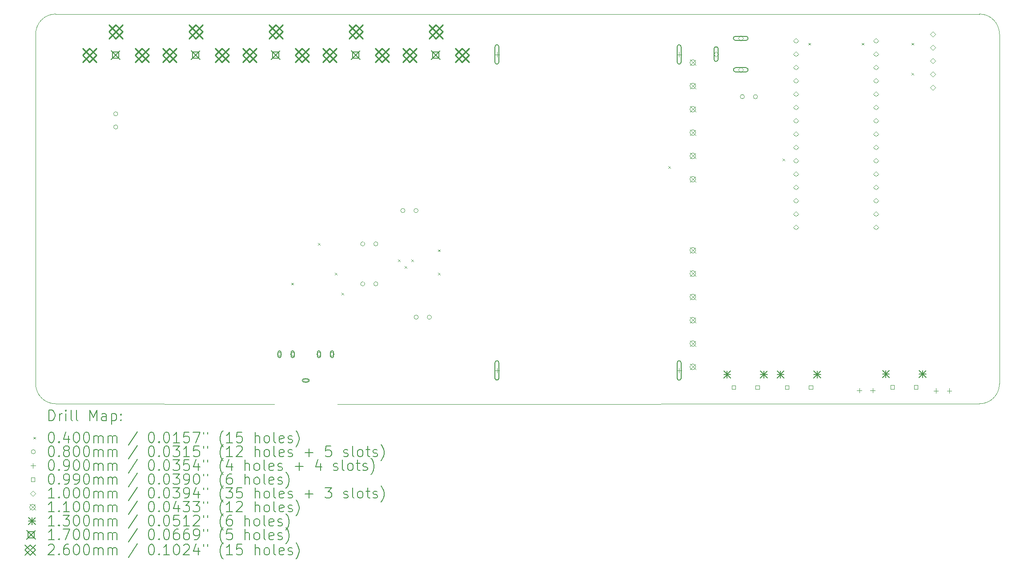
<source format=gbr>
%FSLAX45Y45*%
G04 Gerber Fmt 4.5, Leading zero omitted, Abs format (unit mm)*
G04 Created by KiCad (PCBNEW (6.0.0)) date 2022-11-09 00:41:29*
%MOMM*%
%LPD*%
G01*
G04 APERTURE LIST*
%TA.AperFunction,Profile*%
%ADD10C,0.100000*%
%TD*%
%ADD11C,0.200000*%
%ADD12C,0.040000*%
%ADD13C,0.080000*%
%ADD14C,0.090000*%
%ADD15C,0.099000*%
%ADD16C,0.100000*%
%ADD17C,0.110000*%
%ADD18C,0.130000*%
%ADD19C,0.170000*%
%ADD20C,0.260000*%
G04 APERTURE END LIST*
D10*
X5715000Y-5715000D02*
X22860000Y-5715000D01*
X9433000Y-13150000D02*
X5270500Y-13144500D01*
X4889500Y-6096000D02*
X4889500Y-11811000D01*
X23241000Y-12763500D02*
X23241000Y-6096000D01*
X5270500Y-5715000D02*
G75*
G03*
X4889500Y-6096000I0J-381000D01*
G01*
X4889500Y-11811000D02*
X4889500Y-12763500D01*
X10633000Y-13150000D02*
X22860000Y-13144500D01*
X4889500Y-12763500D02*
G75*
G03*
X5270500Y-13144500I381000J0D01*
G01*
X23241000Y-6096000D02*
G75*
G03*
X22860000Y-5715000I-381000J0D01*
G01*
X22860000Y-13144500D02*
G75*
G03*
X23241000Y-12763500I0J381000D01*
G01*
X5715000Y-5715000D02*
X5270500Y-5715000D01*
D11*
D12*
X9759000Y-10838500D02*
X9799000Y-10878500D01*
X9799000Y-10838500D02*
X9759000Y-10878500D01*
X10263000Y-10080500D02*
X10303000Y-10120500D01*
X10303000Y-10080500D02*
X10263000Y-10120500D01*
X10584500Y-10648000D02*
X10624500Y-10688000D01*
X10624500Y-10648000D02*
X10584500Y-10688000D01*
X10711500Y-11029000D02*
X10751500Y-11069000D01*
X10751500Y-11029000D02*
X10711500Y-11069000D01*
X11791000Y-10394000D02*
X11831000Y-10434000D01*
X11831000Y-10394000D02*
X11791000Y-10434000D01*
X11918000Y-10521000D02*
X11958000Y-10561000D01*
X11958000Y-10521000D02*
X11918000Y-10561000D01*
X12045000Y-10394000D02*
X12085000Y-10434000D01*
X12085000Y-10394000D02*
X12045000Y-10434000D01*
X12553000Y-10203500D02*
X12593000Y-10243500D01*
X12593000Y-10203500D02*
X12553000Y-10243500D01*
X12553000Y-10648000D02*
X12593000Y-10688000D01*
X12593000Y-10648000D02*
X12553000Y-10688000D01*
X16934500Y-8616000D02*
X16974500Y-8656000D01*
X16974500Y-8616000D02*
X16934500Y-8656000D01*
X19112500Y-8470000D02*
X19152500Y-8510000D01*
X19152500Y-8470000D02*
X19112500Y-8510000D01*
X19601500Y-6266500D02*
X19641500Y-6306500D01*
X19641500Y-6266500D02*
X19601500Y-6306500D01*
X20617500Y-6266500D02*
X20657500Y-6306500D01*
X20657500Y-6266500D02*
X20617500Y-6306500D01*
X21570000Y-6266500D02*
X21610000Y-6306500D01*
X21610000Y-6266500D02*
X21570000Y-6306500D01*
X21570000Y-6838000D02*
X21610000Y-6878000D01*
X21610000Y-6838000D02*
X21570000Y-6878000D01*
D13*
X6453500Y-7617511D02*
G75*
G03*
X6453500Y-7617511I-40000J0D01*
G01*
X6453500Y-7867511D02*
G75*
G03*
X6453500Y-7867511I-40000J0D01*
G01*
X9573000Y-12200000D02*
G75*
G03*
X9573000Y-12200000I-40000J0D01*
G01*
D11*
X9563000Y-12235000D02*
X9563000Y-12165000D01*
X9503000Y-12235000D02*
X9503000Y-12165000D01*
X9563000Y-12165000D02*
G75*
G03*
X9503000Y-12165000I-30000J0D01*
G01*
X9503000Y-12235000D02*
G75*
G03*
X9563000Y-12235000I30000J0D01*
G01*
D13*
X9823000Y-12200000D02*
G75*
G03*
X9823000Y-12200000I-40000J0D01*
G01*
D11*
X9813000Y-12235000D02*
X9813000Y-12165000D01*
X9753000Y-12235000D02*
X9753000Y-12165000D01*
X9813000Y-12165000D02*
G75*
G03*
X9753000Y-12165000I-30000J0D01*
G01*
X9753000Y-12235000D02*
G75*
G03*
X9813000Y-12235000I30000J0D01*
G01*
D13*
X10073000Y-12700000D02*
G75*
G03*
X10073000Y-12700000I-40000J0D01*
G01*
D11*
X9998000Y-12730000D02*
X10068000Y-12730000D01*
X9998000Y-12670000D02*
X10068000Y-12670000D01*
X10068000Y-12730000D02*
G75*
G03*
X10068000Y-12670000I0J30000D01*
G01*
X9998000Y-12670000D02*
G75*
G03*
X9998000Y-12730000I0J-30000D01*
G01*
D13*
X10323000Y-12200000D02*
G75*
G03*
X10323000Y-12200000I-40000J0D01*
G01*
D11*
X10313000Y-12235000D02*
X10313000Y-12165000D01*
X10253000Y-12235000D02*
X10253000Y-12165000D01*
X10313000Y-12165000D02*
G75*
G03*
X10253000Y-12165000I-30000J0D01*
G01*
X10253000Y-12235000D02*
G75*
G03*
X10313000Y-12235000I30000J0D01*
G01*
D13*
X10573000Y-12200000D02*
G75*
G03*
X10573000Y-12200000I-40000J0D01*
G01*
D11*
X10563000Y-12235000D02*
X10563000Y-12165000D01*
X10503000Y-12235000D02*
X10503000Y-12165000D01*
X10563000Y-12165000D02*
G75*
G03*
X10503000Y-12165000I-30000J0D01*
G01*
X10503000Y-12235000D02*
G75*
G03*
X10563000Y-12235000I30000J0D01*
G01*
D13*
X11156500Y-10096500D02*
G75*
G03*
X11156500Y-10096500I-40000J0D01*
G01*
X11156500Y-10858500D02*
G75*
G03*
X11156500Y-10858500I-40000J0D01*
G01*
X11406500Y-10096500D02*
G75*
G03*
X11406500Y-10096500I-40000J0D01*
G01*
X11406500Y-10858500D02*
G75*
G03*
X11406500Y-10858500I-40000J0D01*
G01*
X11920989Y-9461500D02*
G75*
G03*
X11920989Y-9461500I-40000J0D01*
G01*
X12170989Y-9461500D02*
G75*
G03*
X12170989Y-9461500I-40000J0D01*
G01*
X12174989Y-11493500D02*
G75*
G03*
X12174989Y-11493500I-40000J0D01*
G01*
X12424989Y-11493500D02*
G75*
G03*
X12424989Y-11493500I-40000J0D01*
G01*
X18385289Y-7289800D02*
G75*
G03*
X18385289Y-7289800I-40000J0D01*
G01*
X18635289Y-7289800D02*
G75*
G03*
X18635289Y-7289800I-40000J0D01*
G01*
D14*
X13672000Y-6440800D02*
X13672000Y-6530800D01*
X13627000Y-6485800D02*
X13717000Y-6485800D01*
D11*
X13637000Y-6335800D02*
X13637000Y-6635800D01*
X13707000Y-6335800D02*
X13707000Y-6635800D01*
X13637000Y-6635800D02*
G75*
G03*
X13707000Y-6635800I35000J0D01*
G01*
X13707000Y-6335800D02*
G75*
G03*
X13637000Y-6335800I-35000J0D01*
G01*
D14*
X13672000Y-12463800D02*
X13672000Y-12553800D01*
X13627000Y-12508800D02*
X13717000Y-12508800D01*
D11*
X13637000Y-12358800D02*
X13637000Y-12658800D01*
X13707000Y-12358800D02*
X13707000Y-12658800D01*
X13637000Y-12658800D02*
G75*
G03*
X13707000Y-12658800I35000J0D01*
G01*
X13707000Y-12358800D02*
G75*
G03*
X13637000Y-12358800I-35000J0D01*
G01*
D14*
X17142000Y-6440800D02*
X17142000Y-6530800D01*
X17097000Y-6485800D02*
X17187000Y-6485800D01*
D11*
X17107000Y-6335800D02*
X17107000Y-6635800D01*
X17177000Y-6335800D02*
X17177000Y-6635800D01*
X17107000Y-6635800D02*
G75*
G03*
X17177000Y-6635800I35000J0D01*
G01*
X17177000Y-6335800D02*
G75*
G03*
X17107000Y-6335800I-35000J0D01*
G01*
D14*
X17142000Y-12463800D02*
X17142000Y-12553800D01*
X17097000Y-12508800D02*
X17187000Y-12508800D01*
D11*
X17107000Y-12358800D02*
X17107000Y-12658800D01*
X17177000Y-12358800D02*
X17177000Y-12658800D01*
X17107000Y-12658800D02*
G75*
G03*
X17177000Y-12658800I35000J0D01*
G01*
X17177000Y-12358800D02*
G75*
G03*
X17107000Y-12358800I-35000J0D01*
G01*
D14*
X20573500Y-12845500D02*
X20573500Y-12935500D01*
X20528500Y-12890500D02*
X20618500Y-12890500D01*
X20827500Y-12845500D02*
X20827500Y-12935500D01*
X20782500Y-12890500D02*
X20872500Y-12890500D01*
X22034000Y-12851250D02*
X22034000Y-12941250D01*
X21989000Y-12896250D02*
X22079000Y-12896250D01*
X22288000Y-12851250D02*
X22288000Y-12941250D01*
X22243000Y-12896250D02*
X22333000Y-12896250D01*
D15*
X18217002Y-12867752D02*
X18217002Y-12797748D01*
X18146998Y-12797748D01*
X18146998Y-12867752D01*
X18217002Y-12867752D01*
X18667002Y-12867752D02*
X18667002Y-12797748D01*
X18596998Y-12797748D01*
X18596998Y-12867752D01*
X18667002Y-12867752D01*
X19233002Y-12867752D02*
X19233002Y-12797748D01*
X19162998Y-12797748D01*
X19162998Y-12867752D01*
X19233002Y-12867752D01*
X19683002Y-12867752D02*
X19683002Y-12797748D01*
X19612998Y-12797748D01*
X19612998Y-12867752D01*
X19683002Y-12867752D01*
X21238502Y-12862002D02*
X21238502Y-12791998D01*
X21168498Y-12791998D01*
X21168498Y-12862002D01*
X21238502Y-12862002D01*
X21688502Y-12862002D02*
X21688502Y-12791998D01*
X21618498Y-12791998D01*
X21618498Y-12862002D01*
X21688502Y-12862002D01*
D16*
X17845100Y-6528200D02*
X17895100Y-6478200D01*
X17845100Y-6428200D01*
X17795100Y-6478200D01*
X17845100Y-6528200D01*
D11*
X17805100Y-6378200D02*
X17805100Y-6578200D01*
X17885100Y-6378200D02*
X17885100Y-6578200D01*
X17805100Y-6578200D02*
G75*
G03*
X17885100Y-6578200I40000J0D01*
G01*
X17885100Y-6378200D02*
G75*
G03*
X17805100Y-6378200I-40000J0D01*
G01*
D16*
X18315100Y-6228200D02*
X18365100Y-6178200D01*
X18315100Y-6128200D01*
X18265100Y-6178200D01*
X18315100Y-6228200D01*
D11*
X18415100Y-6138200D02*
X18215100Y-6138200D01*
X18415100Y-6218200D02*
X18215100Y-6218200D01*
X18215100Y-6138200D02*
G75*
G03*
X18215100Y-6218200I0J-40000D01*
G01*
X18415100Y-6218200D02*
G75*
G03*
X18415100Y-6138200I0J40000D01*
G01*
D16*
X18315100Y-6828200D02*
X18365100Y-6778200D01*
X18315100Y-6728200D01*
X18265100Y-6778200D01*
X18315100Y-6828200D01*
D11*
X18415100Y-6738200D02*
X18215100Y-6738200D01*
X18415100Y-6818200D02*
X18215100Y-6818200D01*
X18215100Y-6738200D02*
G75*
G03*
X18215100Y-6818200I0J-40000D01*
G01*
X18415100Y-6818200D02*
G75*
G03*
X18415100Y-6738200I0J40000D01*
G01*
D16*
X19366500Y-6273000D02*
X19416500Y-6223000D01*
X19366500Y-6173000D01*
X19316500Y-6223000D01*
X19366500Y-6273000D01*
X19366500Y-6527000D02*
X19416500Y-6477000D01*
X19366500Y-6427000D01*
X19316500Y-6477000D01*
X19366500Y-6527000D01*
X19366500Y-6781000D02*
X19416500Y-6731000D01*
X19366500Y-6681000D01*
X19316500Y-6731000D01*
X19366500Y-6781000D01*
X19366500Y-7035000D02*
X19416500Y-6985000D01*
X19366500Y-6935000D01*
X19316500Y-6985000D01*
X19366500Y-7035000D01*
X19366500Y-7289000D02*
X19416500Y-7239000D01*
X19366500Y-7189000D01*
X19316500Y-7239000D01*
X19366500Y-7289000D01*
X19366500Y-7543000D02*
X19416500Y-7493000D01*
X19366500Y-7443000D01*
X19316500Y-7493000D01*
X19366500Y-7543000D01*
X19366500Y-7797000D02*
X19416500Y-7747000D01*
X19366500Y-7697000D01*
X19316500Y-7747000D01*
X19366500Y-7797000D01*
X19366500Y-8051000D02*
X19416500Y-8001000D01*
X19366500Y-7951000D01*
X19316500Y-8001000D01*
X19366500Y-8051000D01*
X19366500Y-8305000D02*
X19416500Y-8255000D01*
X19366500Y-8205000D01*
X19316500Y-8255000D01*
X19366500Y-8305000D01*
X19366500Y-8559000D02*
X19416500Y-8509000D01*
X19366500Y-8459000D01*
X19316500Y-8509000D01*
X19366500Y-8559000D01*
X19366500Y-8813000D02*
X19416500Y-8763000D01*
X19366500Y-8713000D01*
X19316500Y-8763000D01*
X19366500Y-8813000D01*
X19366500Y-9067000D02*
X19416500Y-9017000D01*
X19366500Y-8967000D01*
X19316500Y-9017000D01*
X19366500Y-9067000D01*
X19366500Y-9321000D02*
X19416500Y-9271000D01*
X19366500Y-9221000D01*
X19316500Y-9271000D01*
X19366500Y-9321000D01*
X19366500Y-9575000D02*
X19416500Y-9525000D01*
X19366500Y-9475000D01*
X19316500Y-9525000D01*
X19366500Y-9575000D01*
X19366500Y-9829000D02*
X19416500Y-9779000D01*
X19366500Y-9729000D01*
X19316500Y-9779000D01*
X19366500Y-9829000D01*
X20890500Y-6273000D02*
X20940500Y-6223000D01*
X20890500Y-6173000D01*
X20840500Y-6223000D01*
X20890500Y-6273000D01*
X20890500Y-6527000D02*
X20940500Y-6477000D01*
X20890500Y-6427000D01*
X20840500Y-6477000D01*
X20890500Y-6527000D01*
X20890500Y-6781000D02*
X20940500Y-6731000D01*
X20890500Y-6681000D01*
X20840500Y-6731000D01*
X20890500Y-6781000D01*
X20890500Y-7035000D02*
X20940500Y-6985000D01*
X20890500Y-6935000D01*
X20840500Y-6985000D01*
X20890500Y-7035000D01*
X20890500Y-7289000D02*
X20940500Y-7239000D01*
X20890500Y-7189000D01*
X20840500Y-7239000D01*
X20890500Y-7289000D01*
X20890500Y-7543000D02*
X20940500Y-7493000D01*
X20890500Y-7443000D01*
X20840500Y-7493000D01*
X20890500Y-7543000D01*
X20890500Y-7797000D02*
X20940500Y-7747000D01*
X20890500Y-7697000D01*
X20840500Y-7747000D01*
X20890500Y-7797000D01*
X20890500Y-8051000D02*
X20940500Y-8001000D01*
X20890500Y-7951000D01*
X20840500Y-8001000D01*
X20890500Y-8051000D01*
X20890500Y-8305000D02*
X20940500Y-8255000D01*
X20890500Y-8205000D01*
X20840500Y-8255000D01*
X20890500Y-8305000D01*
X20890500Y-8559000D02*
X20940500Y-8509000D01*
X20890500Y-8459000D01*
X20840500Y-8509000D01*
X20890500Y-8559000D01*
X20890500Y-8813000D02*
X20940500Y-8763000D01*
X20890500Y-8713000D01*
X20840500Y-8763000D01*
X20890500Y-8813000D01*
X20890500Y-9067000D02*
X20940500Y-9017000D01*
X20890500Y-8967000D01*
X20840500Y-9017000D01*
X20890500Y-9067000D01*
X20890500Y-9321000D02*
X20940500Y-9271000D01*
X20890500Y-9221000D01*
X20840500Y-9271000D01*
X20890500Y-9321000D01*
X20890500Y-9575000D02*
X20940500Y-9525000D01*
X20890500Y-9475000D01*
X20840500Y-9525000D01*
X20890500Y-9575000D01*
X20890500Y-9829000D02*
X20940500Y-9779000D01*
X20890500Y-9729000D01*
X20840500Y-9779000D01*
X20890500Y-9829000D01*
X21971000Y-6146500D02*
X22021000Y-6096500D01*
X21971000Y-6046500D01*
X21921000Y-6096500D01*
X21971000Y-6146500D01*
X21971000Y-6400500D02*
X22021000Y-6350500D01*
X21971000Y-6300500D01*
X21921000Y-6350500D01*
X21971000Y-6400500D01*
X21971000Y-6654500D02*
X22021000Y-6604500D01*
X21971000Y-6554500D01*
X21921000Y-6604500D01*
X21971000Y-6654500D01*
X21971000Y-6908500D02*
X22021000Y-6858500D01*
X21971000Y-6808500D01*
X21921000Y-6858500D01*
X21971000Y-6908500D01*
X21971000Y-7162500D02*
X22021000Y-7112500D01*
X21971000Y-7062500D01*
X21921000Y-7112500D01*
X21971000Y-7162500D01*
D17*
X17347000Y-6586300D02*
X17457000Y-6696300D01*
X17457000Y-6586300D02*
X17347000Y-6696300D01*
X17457000Y-6641300D02*
G75*
G03*
X17457000Y-6641300I-55000J0D01*
G01*
X17347000Y-7030800D02*
X17457000Y-7140800D01*
X17457000Y-7030800D02*
X17347000Y-7140800D01*
X17457000Y-7085800D02*
G75*
G03*
X17457000Y-7085800I-55000J0D01*
G01*
X17347000Y-7475300D02*
X17457000Y-7585300D01*
X17457000Y-7475300D02*
X17347000Y-7585300D01*
X17457000Y-7530300D02*
G75*
G03*
X17457000Y-7530300I-55000J0D01*
G01*
X17347000Y-7919800D02*
X17457000Y-8029800D01*
X17457000Y-7919800D02*
X17347000Y-8029800D01*
X17457000Y-7974800D02*
G75*
G03*
X17457000Y-7974800I-55000J0D01*
G01*
X17347000Y-8364300D02*
X17457000Y-8474300D01*
X17457000Y-8364300D02*
X17347000Y-8474300D01*
X17457000Y-8419300D02*
G75*
G03*
X17457000Y-8419300I-55000J0D01*
G01*
X17347000Y-8808800D02*
X17457000Y-8918800D01*
X17457000Y-8808800D02*
X17347000Y-8918800D01*
X17457000Y-8863800D02*
G75*
G03*
X17457000Y-8863800I-55000J0D01*
G01*
X17347000Y-10162800D02*
X17457000Y-10272800D01*
X17457000Y-10162800D02*
X17347000Y-10272800D01*
X17457000Y-10217800D02*
G75*
G03*
X17457000Y-10217800I-55000J0D01*
G01*
X17347000Y-10607300D02*
X17457000Y-10717300D01*
X17457000Y-10607300D02*
X17347000Y-10717300D01*
X17457000Y-10662300D02*
G75*
G03*
X17457000Y-10662300I-55000J0D01*
G01*
X17347000Y-11051800D02*
X17457000Y-11161800D01*
X17457000Y-11051800D02*
X17347000Y-11161800D01*
X17457000Y-11106800D02*
G75*
G03*
X17457000Y-11106800I-55000J0D01*
G01*
X17347000Y-11496300D02*
X17457000Y-11606300D01*
X17457000Y-11496300D02*
X17347000Y-11606300D01*
X17457000Y-11551300D02*
G75*
G03*
X17457000Y-11551300I-55000J0D01*
G01*
X17347000Y-11940800D02*
X17457000Y-12050800D01*
X17457000Y-11940800D02*
X17347000Y-12050800D01*
X17457000Y-11995800D02*
G75*
G03*
X17457000Y-11995800I-55000J0D01*
G01*
X17347000Y-12385300D02*
X17457000Y-12495300D01*
X17457000Y-12385300D02*
X17347000Y-12495300D01*
X17457000Y-12440300D02*
G75*
G03*
X17457000Y-12440300I-55000J0D01*
G01*
D18*
X17991000Y-12518750D02*
X18121000Y-12648750D01*
X18121000Y-12518750D02*
X17991000Y-12648750D01*
X18056000Y-12518750D02*
X18056000Y-12648750D01*
X17991000Y-12583750D02*
X18121000Y-12583750D01*
X18692000Y-12518750D02*
X18822000Y-12648750D01*
X18822000Y-12518750D02*
X18692000Y-12648750D01*
X18757000Y-12518750D02*
X18757000Y-12648750D01*
X18692000Y-12583750D02*
X18822000Y-12583750D01*
X19007000Y-12518750D02*
X19137000Y-12648750D01*
X19137000Y-12518750D02*
X19007000Y-12648750D01*
X19072000Y-12518750D02*
X19072000Y-12648750D01*
X19007000Y-12583750D02*
X19137000Y-12583750D01*
X19708000Y-12518750D02*
X19838000Y-12648750D01*
X19838000Y-12518750D02*
X19708000Y-12648750D01*
X19773000Y-12518750D02*
X19773000Y-12648750D01*
X19708000Y-12583750D02*
X19838000Y-12583750D01*
X21012500Y-12513000D02*
X21142500Y-12643000D01*
X21142500Y-12513000D02*
X21012500Y-12643000D01*
X21077500Y-12513000D02*
X21077500Y-12643000D01*
X21012500Y-12578000D02*
X21142500Y-12578000D01*
X21713500Y-12513000D02*
X21843500Y-12643000D01*
X21843500Y-12513000D02*
X21713500Y-12643000D01*
X21778500Y-12513000D02*
X21778500Y-12643000D01*
X21713500Y-12578000D02*
X21843500Y-12578000D01*
D19*
X6328500Y-6415500D02*
X6498500Y-6585500D01*
X6498500Y-6415500D02*
X6328500Y-6585500D01*
X6473605Y-6560605D02*
X6473605Y-6440395D01*
X6353395Y-6440395D01*
X6353395Y-6560605D01*
X6473605Y-6560605D01*
X7852500Y-6415500D02*
X8022500Y-6585500D01*
X8022500Y-6415500D02*
X7852500Y-6585500D01*
X7997605Y-6560605D02*
X7997605Y-6440395D01*
X7877395Y-6440395D01*
X7877395Y-6560605D01*
X7997605Y-6560605D01*
X9376500Y-6415500D02*
X9546500Y-6585500D01*
X9546500Y-6415500D02*
X9376500Y-6585500D01*
X9521605Y-6560605D02*
X9521605Y-6440395D01*
X9401395Y-6440395D01*
X9401395Y-6560605D01*
X9521605Y-6560605D01*
X10900500Y-6415500D02*
X11070500Y-6585500D01*
X11070500Y-6415500D02*
X10900500Y-6585500D01*
X11045605Y-6560605D02*
X11045605Y-6440395D01*
X10925395Y-6440395D01*
X10925395Y-6560605D01*
X11045605Y-6560605D01*
X12424500Y-6415500D02*
X12594500Y-6585500D01*
X12594500Y-6415500D02*
X12424500Y-6585500D01*
X12569605Y-6560605D02*
X12569605Y-6440395D01*
X12449395Y-6440395D01*
X12449395Y-6560605D01*
X12569605Y-6560605D01*
D20*
X5783500Y-6370500D02*
X6043500Y-6630500D01*
X6043500Y-6370500D02*
X5783500Y-6630500D01*
X5913500Y-6630500D02*
X6043500Y-6500500D01*
X5913500Y-6370500D01*
X5783500Y-6500500D01*
X5913500Y-6630500D01*
X6283500Y-5920500D02*
X6543500Y-6180500D01*
X6543500Y-5920500D02*
X6283500Y-6180500D01*
X6413500Y-6180500D02*
X6543500Y-6050500D01*
X6413500Y-5920500D01*
X6283500Y-6050500D01*
X6413500Y-6180500D01*
X6783500Y-6370500D02*
X7043500Y-6630500D01*
X7043500Y-6370500D02*
X6783500Y-6630500D01*
X6913500Y-6630500D02*
X7043500Y-6500500D01*
X6913500Y-6370500D01*
X6783500Y-6500500D01*
X6913500Y-6630500D01*
X7307500Y-6370500D02*
X7567500Y-6630500D01*
X7567500Y-6370500D02*
X7307500Y-6630500D01*
X7437500Y-6630500D02*
X7567500Y-6500500D01*
X7437500Y-6370500D01*
X7307500Y-6500500D01*
X7437500Y-6630500D01*
X7807500Y-5920500D02*
X8067500Y-6180500D01*
X8067500Y-5920500D02*
X7807500Y-6180500D01*
X7937500Y-6180500D02*
X8067500Y-6050500D01*
X7937500Y-5920500D01*
X7807500Y-6050500D01*
X7937500Y-6180500D01*
X8307500Y-6370500D02*
X8567500Y-6630500D01*
X8567500Y-6370500D02*
X8307500Y-6630500D01*
X8437500Y-6630500D02*
X8567500Y-6500500D01*
X8437500Y-6370500D01*
X8307500Y-6500500D01*
X8437500Y-6630500D01*
X8831500Y-6370500D02*
X9091500Y-6630500D01*
X9091500Y-6370500D02*
X8831500Y-6630500D01*
X8961500Y-6630500D02*
X9091500Y-6500500D01*
X8961500Y-6370500D01*
X8831500Y-6500500D01*
X8961500Y-6630500D01*
X9331500Y-5920500D02*
X9591500Y-6180500D01*
X9591500Y-5920500D02*
X9331500Y-6180500D01*
X9461500Y-6180500D02*
X9591500Y-6050500D01*
X9461500Y-5920500D01*
X9331500Y-6050500D01*
X9461500Y-6180500D01*
X9831500Y-6370500D02*
X10091500Y-6630500D01*
X10091500Y-6370500D02*
X9831500Y-6630500D01*
X9961500Y-6630500D02*
X10091500Y-6500500D01*
X9961500Y-6370500D01*
X9831500Y-6500500D01*
X9961500Y-6630500D01*
X10355500Y-6370500D02*
X10615500Y-6630500D01*
X10615500Y-6370500D02*
X10355500Y-6630500D01*
X10485500Y-6630500D02*
X10615500Y-6500500D01*
X10485500Y-6370500D01*
X10355500Y-6500500D01*
X10485500Y-6630500D01*
X10855500Y-5920500D02*
X11115500Y-6180500D01*
X11115500Y-5920500D02*
X10855500Y-6180500D01*
X10985500Y-6180500D02*
X11115500Y-6050500D01*
X10985500Y-5920500D01*
X10855500Y-6050500D01*
X10985500Y-6180500D01*
X11355500Y-6370500D02*
X11615500Y-6630500D01*
X11615500Y-6370500D02*
X11355500Y-6630500D01*
X11485500Y-6630500D02*
X11615500Y-6500500D01*
X11485500Y-6370500D01*
X11355500Y-6500500D01*
X11485500Y-6630500D01*
X11879500Y-6370500D02*
X12139500Y-6630500D01*
X12139500Y-6370500D02*
X11879500Y-6630500D01*
X12009500Y-6630500D02*
X12139500Y-6500500D01*
X12009500Y-6370500D01*
X11879500Y-6500500D01*
X12009500Y-6630500D01*
X12379500Y-5920500D02*
X12639500Y-6180500D01*
X12639500Y-5920500D02*
X12379500Y-6180500D01*
X12509500Y-6180500D02*
X12639500Y-6050500D01*
X12509500Y-5920500D01*
X12379500Y-6050500D01*
X12509500Y-6180500D01*
X12879500Y-6370500D02*
X13139500Y-6630500D01*
X13139500Y-6370500D02*
X12879500Y-6630500D01*
X13009500Y-6630500D02*
X13139500Y-6500500D01*
X13009500Y-6370500D01*
X12879500Y-6500500D01*
X13009500Y-6630500D01*
D11*
X5142119Y-13465476D02*
X5142119Y-13265476D01*
X5189738Y-13265476D01*
X5218310Y-13275000D01*
X5237357Y-13294048D01*
X5246881Y-13313095D01*
X5256405Y-13351190D01*
X5256405Y-13379762D01*
X5246881Y-13417857D01*
X5237357Y-13436905D01*
X5218310Y-13455952D01*
X5189738Y-13465476D01*
X5142119Y-13465476D01*
X5342119Y-13465476D02*
X5342119Y-13332143D01*
X5342119Y-13370238D02*
X5351643Y-13351190D01*
X5361167Y-13341667D01*
X5380214Y-13332143D01*
X5399262Y-13332143D01*
X5465929Y-13465476D02*
X5465929Y-13332143D01*
X5465929Y-13265476D02*
X5456405Y-13275000D01*
X5465929Y-13284524D01*
X5475452Y-13275000D01*
X5465929Y-13265476D01*
X5465929Y-13284524D01*
X5589738Y-13465476D02*
X5570690Y-13455952D01*
X5561167Y-13436905D01*
X5561167Y-13265476D01*
X5694500Y-13465476D02*
X5675452Y-13455952D01*
X5665928Y-13436905D01*
X5665928Y-13265476D01*
X5923071Y-13465476D02*
X5923071Y-13265476D01*
X5989738Y-13408333D01*
X6056405Y-13265476D01*
X6056405Y-13465476D01*
X6237357Y-13465476D02*
X6237357Y-13360714D01*
X6227833Y-13341667D01*
X6208786Y-13332143D01*
X6170690Y-13332143D01*
X6151643Y-13341667D01*
X6237357Y-13455952D02*
X6218309Y-13465476D01*
X6170690Y-13465476D01*
X6151643Y-13455952D01*
X6142119Y-13436905D01*
X6142119Y-13417857D01*
X6151643Y-13398809D01*
X6170690Y-13389286D01*
X6218309Y-13389286D01*
X6237357Y-13379762D01*
X6332595Y-13332143D02*
X6332595Y-13532143D01*
X6332595Y-13341667D02*
X6351643Y-13332143D01*
X6389738Y-13332143D01*
X6408786Y-13341667D01*
X6418309Y-13351190D01*
X6427833Y-13370238D01*
X6427833Y-13427381D01*
X6418309Y-13446428D01*
X6408786Y-13455952D01*
X6389738Y-13465476D01*
X6351643Y-13465476D01*
X6332595Y-13455952D01*
X6513548Y-13446428D02*
X6523071Y-13455952D01*
X6513548Y-13465476D01*
X6504024Y-13455952D01*
X6513548Y-13446428D01*
X6513548Y-13465476D01*
X6513548Y-13341667D02*
X6523071Y-13351190D01*
X6513548Y-13360714D01*
X6504024Y-13351190D01*
X6513548Y-13341667D01*
X6513548Y-13360714D01*
D12*
X4844500Y-13775000D02*
X4884500Y-13815000D01*
X4884500Y-13775000D02*
X4844500Y-13815000D01*
D11*
X5180214Y-13685476D02*
X5199262Y-13685476D01*
X5218310Y-13695000D01*
X5227833Y-13704524D01*
X5237357Y-13723571D01*
X5246881Y-13761667D01*
X5246881Y-13809286D01*
X5237357Y-13847381D01*
X5227833Y-13866428D01*
X5218310Y-13875952D01*
X5199262Y-13885476D01*
X5180214Y-13885476D01*
X5161167Y-13875952D01*
X5151643Y-13866428D01*
X5142119Y-13847381D01*
X5132595Y-13809286D01*
X5132595Y-13761667D01*
X5142119Y-13723571D01*
X5151643Y-13704524D01*
X5161167Y-13695000D01*
X5180214Y-13685476D01*
X5332595Y-13866428D02*
X5342119Y-13875952D01*
X5332595Y-13885476D01*
X5323071Y-13875952D01*
X5332595Y-13866428D01*
X5332595Y-13885476D01*
X5513548Y-13752143D02*
X5513548Y-13885476D01*
X5465929Y-13675952D02*
X5418310Y-13818809D01*
X5542119Y-13818809D01*
X5656405Y-13685476D02*
X5675452Y-13685476D01*
X5694500Y-13695000D01*
X5704024Y-13704524D01*
X5713548Y-13723571D01*
X5723071Y-13761667D01*
X5723071Y-13809286D01*
X5713548Y-13847381D01*
X5704024Y-13866428D01*
X5694500Y-13875952D01*
X5675452Y-13885476D01*
X5656405Y-13885476D01*
X5637357Y-13875952D01*
X5627833Y-13866428D01*
X5618309Y-13847381D01*
X5608786Y-13809286D01*
X5608786Y-13761667D01*
X5618309Y-13723571D01*
X5627833Y-13704524D01*
X5637357Y-13695000D01*
X5656405Y-13685476D01*
X5846881Y-13685476D02*
X5865928Y-13685476D01*
X5884976Y-13695000D01*
X5894500Y-13704524D01*
X5904024Y-13723571D01*
X5913548Y-13761667D01*
X5913548Y-13809286D01*
X5904024Y-13847381D01*
X5894500Y-13866428D01*
X5884976Y-13875952D01*
X5865928Y-13885476D01*
X5846881Y-13885476D01*
X5827833Y-13875952D01*
X5818309Y-13866428D01*
X5808786Y-13847381D01*
X5799262Y-13809286D01*
X5799262Y-13761667D01*
X5808786Y-13723571D01*
X5818309Y-13704524D01*
X5827833Y-13695000D01*
X5846881Y-13685476D01*
X5999262Y-13885476D02*
X5999262Y-13752143D01*
X5999262Y-13771190D02*
X6008786Y-13761667D01*
X6027833Y-13752143D01*
X6056405Y-13752143D01*
X6075452Y-13761667D01*
X6084976Y-13780714D01*
X6084976Y-13885476D01*
X6084976Y-13780714D02*
X6094500Y-13761667D01*
X6113548Y-13752143D01*
X6142119Y-13752143D01*
X6161167Y-13761667D01*
X6170690Y-13780714D01*
X6170690Y-13885476D01*
X6265928Y-13885476D02*
X6265928Y-13752143D01*
X6265928Y-13771190D02*
X6275452Y-13761667D01*
X6294500Y-13752143D01*
X6323071Y-13752143D01*
X6342119Y-13761667D01*
X6351643Y-13780714D01*
X6351643Y-13885476D01*
X6351643Y-13780714D02*
X6361167Y-13761667D01*
X6380214Y-13752143D01*
X6408786Y-13752143D01*
X6427833Y-13761667D01*
X6437357Y-13780714D01*
X6437357Y-13885476D01*
X6827833Y-13675952D02*
X6656405Y-13933095D01*
X7084976Y-13685476D02*
X7104024Y-13685476D01*
X7123071Y-13695000D01*
X7132595Y-13704524D01*
X7142119Y-13723571D01*
X7151643Y-13761667D01*
X7151643Y-13809286D01*
X7142119Y-13847381D01*
X7132595Y-13866428D01*
X7123071Y-13875952D01*
X7104024Y-13885476D01*
X7084976Y-13885476D01*
X7065928Y-13875952D01*
X7056405Y-13866428D01*
X7046881Y-13847381D01*
X7037357Y-13809286D01*
X7037357Y-13761667D01*
X7046881Y-13723571D01*
X7056405Y-13704524D01*
X7065928Y-13695000D01*
X7084976Y-13685476D01*
X7237357Y-13866428D02*
X7246881Y-13875952D01*
X7237357Y-13885476D01*
X7227833Y-13875952D01*
X7237357Y-13866428D01*
X7237357Y-13885476D01*
X7370690Y-13685476D02*
X7389738Y-13685476D01*
X7408786Y-13695000D01*
X7418309Y-13704524D01*
X7427833Y-13723571D01*
X7437357Y-13761667D01*
X7437357Y-13809286D01*
X7427833Y-13847381D01*
X7418309Y-13866428D01*
X7408786Y-13875952D01*
X7389738Y-13885476D01*
X7370690Y-13885476D01*
X7351643Y-13875952D01*
X7342119Y-13866428D01*
X7332595Y-13847381D01*
X7323071Y-13809286D01*
X7323071Y-13761667D01*
X7332595Y-13723571D01*
X7342119Y-13704524D01*
X7351643Y-13695000D01*
X7370690Y-13685476D01*
X7627833Y-13885476D02*
X7513548Y-13885476D01*
X7570690Y-13885476D02*
X7570690Y-13685476D01*
X7551643Y-13714048D01*
X7532595Y-13733095D01*
X7513548Y-13742619D01*
X7808786Y-13685476D02*
X7713548Y-13685476D01*
X7704024Y-13780714D01*
X7713548Y-13771190D01*
X7732595Y-13761667D01*
X7780214Y-13761667D01*
X7799262Y-13771190D01*
X7808786Y-13780714D01*
X7818309Y-13799762D01*
X7818309Y-13847381D01*
X7808786Y-13866428D01*
X7799262Y-13875952D01*
X7780214Y-13885476D01*
X7732595Y-13885476D01*
X7713548Y-13875952D01*
X7704024Y-13866428D01*
X7884976Y-13685476D02*
X8018309Y-13685476D01*
X7932595Y-13885476D01*
X8084976Y-13685476D02*
X8084976Y-13723571D01*
X8161167Y-13685476D02*
X8161167Y-13723571D01*
X8456405Y-13961667D02*
X8446881Y-13952143D01*
X8427833Y-13923571D01*
X8418310Y-13904524D01*
X8408786Y-13875952D01*
X8399262Y-13828333D01*
X8399262Y-13790238D01*
X8408786Y-13742619D01*
X8418310Y-13714048D01*
X8427833Y-13695000D01*
X8446881Y-13666428D01*
X8456405Y-13656905D01*
X8637357Y-13885476D02*
X8523071Y-13885476D01*
X8580214Y-13885476D02*
X8580214Y-13685476D01*
X8561167Y-13714048D01*
X8542119Y-13733095D01*
X8523071Y-13742619D01*
X8818310Y-13685476D02*
X8723071Y-13685476D01*
X8713548Y-13780714D01*
X8723071Y-13771190D01*
X8742119Y-13761667D01*
X8789738Y-13761667D01*
X8808786Y-13771190D01*
X8818310Y-13780714D01*
X8827833Y-13799762D01*
X8827833Y-13847381D01*
X8818310Y-13866428D01*
X8808786Y-13875952D01*
X8789738Y-13885476D01*
X8742119Y-13885476D01*
X8723071Y-13875952D01*
X8713548Y-13866428D01*
X9065929Y-13885476D02*
X9065929Y-13685476D01*
X9151643Y-13885476D02*
X9151643Y-13780714D01*
X9142119Y-13761667D01*
X9123071Y-13752143D01*
X9094500Y-13752143D01*
X9075452Y-13761667D01*
X9065929Y-13771190D01*
X9275452Y-13885476D02*
X9256405Y-13875952D01*
X9246881Y-13866428D01*
X9237357Y-13847381D01*
X9237357Y-13790238D01*
X9246881Y-13771190D01*
X9256405Y-13761667D01*
X9275452Y-13752143D01*
X9304024Y-13752143D01*
X9323071Y-13761667D01*
X9332595Y-13771190D01*
X9342119Y-13790238D01*
X9342119Y-13847381D01*
X9332595Y-13866428D01*
X9323071Y-13875952D01*
X9304024Y-13885476D01*
X9275452Y-13885476D01*
X9456405Y-13885476D02*
X9437357Y-13875952D01*
X9427833Y-13856905D01*
X9427833Y-13685476D01*
X9608786Y-13875952D02*
X9589738Y-13885476D01*
X9551643Y-13885476D01*
X9532595Y-13875952D01*
X9523071Y-13856905D01*
X9523071Y-13780714D01*
X9532595Y-13761667D01*
X9551643Y-13752143D01*
X9589738Y-13752143D01*
X9608786Y-13761667D01*
X9618310Y-13780714D01*
X9618310Y-13799762D01*
X9523071Y-13818809D01*
X9694500Y-13875952D02*
X9713548Y-13885476D01*
X9751643Y-13885476D01*
X9770690Y-13875952D01*
X9780214Y-13856905D01*
X9780214Y-13847381D01*
X9770690Y-13828333D01*
X9751643Y-13818809D01*
X9723071Y-13818809D01*
X9704024Y-13809286D01*
X9694500Y-13790238D01*
X9694500Y-13780714D01*
X9704024Y-13761667D01*
X9723071Y-13752143D01*
X9751643Y-13752143D01*
X9770690Y-13761667D01*
X9846881Y-13961667D02*
X9856405Y-13952143D01*
X9875452Y-13923571D01*
X9884976Y-13904524D01*
X9894500Y-13875952D01*
X9904024Y-13828333D01*
X9904024Y-13790238D01*
X9894500Y-13742619D01*
X9884976Y-13714048D01*
X9875452Y-13695000D01*
X9856405Y-13666428D01*
X9846881Y-13656905D01*
D13*
X4884500Y-14059000D02*
G75*
G03*
X4884500Y-14059000I-40000J0D01*
G01*
D11*
X5180214Y-13949476D02*
X5199262Y-13949476D01*
X5218310Y-13959000D01*
X5227833Y-13968524D01*
X5237357Y-13987571D01*
X5246881Y-14025667D01*
X5246881Y-14073286D01*
X5237357Y-14111381D01*
X5227833Y-14130428D01*
X5218310Y-14139952D01*
X5199262Y-14149476D01*
X5180214Y-14149476D01*
X5161167Y-14139952D01*
X5151643Y-14130428D01*
X5142119Y-14111381D01*
X5132595Y-14073286D01*
X5132595Y-14025667D01*
X5142119Y-13987571D01*
X5151643Y-13968524D01*
X5161167Y-13959000D01*
X5180214Y-13949476D01*
X5332595Y-14130428D02*
X5342119Y-14139952D01*
X5332595Y-14149476D01*
X5323071Y-14139952D01*
X5332595Y-14130428D01*
X5332595Y-14149476D01*
X5456405Y-14035190D02*
X5437357Y-14025667D01*
X5427833Y-14016143D01*
X5418310Y-13997095D01*
X5418310Y-13987571D01*
X5427833Y-13968524D01*
X5437357Y-13959000D01*
X5456405Y-13949476D01*
X5494500Y-13949476D01*
X5513548Y-13959000D01*
X5523071Y-13968524D01*
X5532595Y-13987571D01*
X5532595Y-13997095D01*
X5523071Y-14016143D01*
X5513548Y-14025667D01*
X5494500Y-14035190D01*
X5456405Y-14035190D01*
X5437357Y-14044714D01*
X5427833Y-14054238D01*
X5418310Y-14073286D01*
X5418310Y-14111381D01*
X5427833Y-14130428D01*
X5437357Y-14139952D01*
X5456405Y-14149476D01*
X5494500Y-14149476D01*
X5513548Y-14139952D01*
X5523071Y-14130428D01*
X5532595Y-14111381D01*
X5532595Y-14073286D01*
X5523071Y-14054238D01*
X5513548Y-14044714D01*
X5494500Y-14035190D01*
X5656405Y-13949476D02*
X5675452Y-13949476D01*
X5694500Y-13959000D01*
X5704024Y-13968524D01*
X5713548Y-13987571D01*
X5723071Y-14025667D01*
X5723071Y-14073286D01*
X5713548Y-14111381D01*
X5704024Y-14130428D01*
X5694500Y-14139952D01*
X5675452Y-14149476D01*
X5656405Y-14149476D01*
X5637357Y-14139952D01*
X5627833Y-14130428D01*
X5618309Y-14111381D01*
X5608786Y-14073286D01*
X5608786Y-14025667D01*
X5618309Y-13987571D01*
X5627833Y-13968524D01*
X5637357Y-13959000D01*
X5656405Y-13949476D01*
X5846881Y-13949476D02*
X5865928Y-13949476D01*
X5884976Y-13959000D01*
X5894500Y-13968524D01*
X5904024Y-13987571D01*
X5913548Y-14025667D01*
X5913548Y-14073286D01*
X5904024Y-14111381D01*
X5894500Y-14130428D01*
X5884976Y-14139952D01*
X5865928Y-14149476D01*
X5846881Y-14149476D01*
X5827833Y-14139952D01*
X5818309Y-14130428D01*
X5808786Y-14111381D01*
X5799262Y-14073286D01*
X5799262Y-14025667D01*
X5808786Y-13987571D01*
X5818309Y-13968524D01*
X5827833Y-13959000D01*
X5846881Y-13949476D01*
X5999262Y-14149476D02*
X5999262Y-14016143D01*
X5999262Y-14035190D02*
X6008786Y-14025667D01*
X6027833Y-14016143D01*
X6056405Y-14016143D01*
X6075452Y-14025667D01*
X6084976Y-14044714D01*
X6084976Y-14149476D01*
X6084976Y-14044714D02*
X6094500Y-14025667D01*
X6113548Y-14016143D01*
X6142119Y-14016143D01*
X6161167Y-14025667D01*
X6170690Y-14044714D01*
X6170690Y-14149476D01*
X6265928Y-14149476D02*
X6265928Y-14016143D01*
X6265928Y-14035190D02*
X6275452Y-14025667D01*
X6294500Y-14016143D01*
X6323071Y-14016143D01*
X6342119Y-14025667D01*
X6351643Y-14044714D01*
X6351643Y-14149476D01*
X6351643Y-14044714D02*
X6361167Y-14025667D01*
X6380214Y-14016143D01*
X6408786Y-14016143D01*
X6427833Y-14025667D01*
X6437357Y-14044714D01*
X6437357Y-14149476D01*
X6827833Y-13939952D02*
X6656405Y-14197095D01*
X7084976Y-13949476D02*
X7104024Y-13949476D01*
X7123071Y-13959000D01*
X7132595Y-13968524D01*
X7142119Y-13987571D01*
X7151643Y-14025667D01*
X7151643Y-14073286D01*
X7142119Y-14111381D01*
X7132595Y-14130428D01*
X7123071Y-14139952D01*
X7104024Y-14149476D01*
X7084976Y-14149476D01*
X7065928Y-14139952D01*
X7056405Y-14130428D01*
X7046881Y-14111381D01*
X7037357Y-14073286D01*
X7037357Y-14025667D01*
X7046881Y-13987571D01*
X7056405Y-13968524D01*
X7065928Y-13959000D01*
X7084976Y-13949476D01*
X7237357Y-14130428D02*
X7246881Y-14139952D01*
X7237357Y-14149476D01*
X7227833Y-14139952D01*
X7237357Y-14130428D01*
X7237357Y-14149476D01*
X7370690Y-13949476D02*
X7389738Y-13949476D01*
X7408786Y-13959000D01*
X7418309Y-13968524D01*
X7427833Y-13987571D01*
X7437357Y-14025667D01*
X7437357Y-14073286D01*
X7427833Y-14111381D01*
X7418309Y-14130428D01*
X7408786Y-14139952D01*
X7389738Y-14149476D01*
X7370690Y-14149476D01*
X7351643Y-14139952D01*
X7342119Y-14130428D01*
X7332595Y-14111381D01*
X7323071Y-14073286D01*
X7323071Y-14025667D01*
X7332595Y-13987571D01*
X7342119Y-13968524D01*
X7351643Y-13959000D01*
X7370690Y-13949476D01*
X7504024Y-13949476D02*
X7627833Y-13949476D01*
X7561167Y-14025667D01*
X7589738Y-14025667D01*
X7608786Y-14035190D01*
X7618309Y-14044714D01*
X7627833Y-14063762D01*
X7627833Y-14111381D01*
X7618309Y-14130428D01*
X7608786Y-14139952D01*
X7589738Y-14149476D01*
X7532595Y-14149476D01*
X7513548Y-14139952D01*
X7504024Y-14130428D01*
X7818309Y-14149476D02*
X7704024Y-14149476D01*
X7761167Y-14149476D02*
X7761167Y-13949476D01*
X7742119Y-13978048D01*
X7723071Y-13997095D01*
X7704024Y-14006619D01*
X7999262Y-13949476D02*
X7904024Y-13949476D01*
X7894500Y-14044714D01*
X7904024Y-14035190D01*
X7923071Y-14025667D01*
X7970690Y-14025667D01*
X7989738Y-14035190D01*
X7999262Y-14044714D01*
X8008786Y-14063762D01*
X8008786Y-14111381D01*
X7999262Y-14130428D01*
X7989738Y-14139952D01*
X7970690Y-14149476D01*
X7923071Y-14149476D01*
X7904024Y-14139952D01*
X7894500Y-14130428D01*
X8084976Y-13949476D02*
X8084976Y-13987571D01*
X8161167Y-13949476D02*
X8161167Y-13987571D01*
X8456405Y-14225667D02*
X8446881Y-14216143D01*
X8427833Y-14187571D01*
X8418310Y-14168524D01*
X8408786Y-14139952D01*
X8399262Y-14092333D01*
X8399262Y-14054238D01*
X8408786Y-14006619D01*
X8418310Y-13978048D01*
X8427833Y-13959000D01*
X8446881Y-13930428D01*
X8456405Y-13920905D01*
X8637357Y-14149476D02*
X8523071Y-14149476D01*
X8580214Y-14149476D02*
X8580214Y-13949476D01*
X8561167Y-13978048D01*
X8542119Y-13997095D01*
X8523071Y-14006619D01*
X8713548Y-13968524D02*
X8723071Y-13959000D01*
X8742119Y-13949476D01*
X8789738Y-13949476D01*
X8808786Y-13959000D01*
X8818310Y-13968524D01*
X8827833Y-13987571D01*
X8827833Y-14006619D01*
X8818310Y-14035190D01*
X8704024Y-14149476D01*
X8827833Y-14149476D01*
X9065929Y-14149476D02*
X9065929Y-13949476D01*
X9151643Y-14149476D02*
X9151643Y-14044714D01*
X9142119Y-14025667D01*
X9123071Y-14016143D01*
X9094500Y-14016143D01*
X9075452Y-14025667D01*
X9065929Y-14035190D01*
X9275452Y-14149476D02*
X9256405Y-14139952D01*
X9246881Y-14130428D01*
X9237357Y-14111381D01*
X9237357Y-14054238D01*
X9246881Y-14035190D01*
X9256405Y-14025667D01*
X9275452Y-14016143D01*
X9304024Y-14016143D01*
X9323071Y-14025667D01*
X9332595Y-14035190D01*
X9342119Y-14054238D01*
X9342119Y-14111381D01*
X9332595Y-14130428D01*
X9323071Y-14139952D01*
X9304024Y-14149476D01*
X9275452Y-14149476D01*
X9456405Y-14149476D02*
X9437357Y-14139952D01*
X9427833Y-14120905D01*
X9427833Y-13949476D01*
X9608786Y-14139952D02*
X9589738Y-14149476D01*
X9551643Y-14149476D01*
X9532595Y-14139952D01*
X9523071Y-14120905D01*
X9523071Y-14044714D01*
X9532595Y-14025667D01*
X9551643Y-14016143D01*
X9589738Y-14016143D01*
X9608786Y-14025667D01*
X9618310Y-14044714D01*
X9618310Y-14063762D01*
X9523071Y-14082809D01*
X9694500Y-14139952D02*
X9713548Y-14149476D01*
X9751643Y-14149476D01*
X9770690Y-14139952D01*
X9780214Y-14120905D01*
X9780214Y-14111381D01*
X9770690Y-14092333D01*
X9751643Y-14082809D01*
X9723071Y-14082809D01*
X9704024Y-14073286D01*
X9694500Y-14054238D01*
X9694500Y-14044714D01*
X9704024Y-14025667D01*
X9723071Y-14016143D01*
X9751643Y-14016143D01*
X9770690Y-14025667D01*
X10018310Y-14073286D02*
X10170690Y-14073286D01*
X10094500Y-14149476D02*
X10094500Y-13997095D01*
X10513548Y-13949476D02*
X10418310Y-13949476D01*
X10408786Y-14044714D01*
X10418310Y-14035190D01*
X10437357Y-14025667D01*
X10484976Y-14025667D01*
X10504024Y-14035190D01*
X10513548Y-14044714D01*
X10523071Y-14063762D01*
X10523071Y-14111381D01*
X10513548Y-14130428D01*
X10504024Y-14139952D01*
X10484976Y-14149476D01*
X10437357Y-14149476D01*
X10418310Y-14139952D01*
X10408786Y-14130428D01*
X10751643Y-14139952D02*
X10770690Y-14149476D01*
X10808786Y-14149476D01*
X10827833Y-14139952D01*
X10837357Y-14120905D01*
X10837357Y-14111381D01*
X10827833Y-14092333D01*
X10808786Y-14082809D01*
X10780214Y-14082809D01*
X10761167Y-14073286D01*
X10751643Y-14054238D01*
X10751643Y-14044714D01*
X10761167Y-14025667D01*
X10780214Y-14016143D01*
X10808786Y-14016143D01*
X10827833Y-14025667D01*
X10951643Y-14149476D02*
X10932595Y-14139952D01*
X10923071Y-14120905D01*
X10923071Y-13949476D01*
X11056405Y-14149476D02*
X11037357Y-14139952D01*
X11027833Y-14130428D01*
X11018310Y-14111381D01*
X11018310Y-14054238D01*
X11027833Y-14035190D01*
X11037357Y-14025667D01*
X11056405Y-14016143D01*
X11084976Y-14016143D01*
X11104024Y-14025667D01*
X11113548Y-14035190D01*
X11123071Y-14054238D01*
X11123071Y-14111381D01*
X11113548Y-14130428D01*
X11104024Y-14139952D01*
X11084976Y-14149476D01*
X11056405Y-14149476D01*
X11180214Y-14016143D02*
X11256405Y-14016143D01*
X11208786Y-13949476D02*
X11208786Y-14120905D01*
X11218309Y-14139952D01*
X11237357Y-14149476D01*
X11256405Y-14149476D01*
X11313548Y-14139952D02*
X11332595Y-14149476D01*
X11370690Y-14149476D01*
X11389738Y-14139952D01*
X11399262Y-14120905D01*
X11399262Y-14111381D01*
X11389738Y-14092333D01*
X11370690Y-14082809D01*
X11342119Y-14082809D01*
X11323071Y-14073286D01*
X11313548Y-14054238D01*
X11313548Y-14044714D01*
X11323071Y-14025667D01*
X11342119Y-14016143D01*
X11370690Y-14016143D01*
X11389738Y-14025667D01*
X11465928Y-14225667D02*
X11475452Y-14216143D01*
X11494500Y-14187571D01*
X11504024Y-14168524D01*
X11513548Y-14139952D01*
X11523071Y-14092333D01*
X11523071Y-14054238D01*
X11513548Y-14006619D01*
X11504024Y-13978048D01*
X11494500Y-13959000D01*
X11475452Y-13930428D01*
X11465928Y-13920905D01*
D14*
X4839500Y-14278000D02*
X4839500Y-14368000D01*
X4794500Y-14323000D02*
X4884500Y-14323000D01*
D11*
X5180214Y-14213476D02*
X5199262Y-14213476D01*
X5218310Y-14223000D01*
X5227833Y-14232524D01*
X5237357Y-14251571D01*
X5246881Y-14289667D01*
X5246881Y-14337286D01*
X5237357Y-14375381D01*
X5227833Y-14394428D01*
X5218310Y-14403952D01*
X5199262Y-14413476D01*
X5180214Y-14413476D01*
X5161167Y-14403952D01*
X5151643Y-14394428D01*
X5142119Y-14375381D01*
X5132595Y-14337286D01*
X5132595Y-14289667D01*
X5142119Y-14251571D01*
X5151643Y-14232524D01*
X5161167Y-14223000D01*
X5180214Y-14213476D01*
X5332595Y-14394428D02*
X5342119Y-14403952D01*
X5332595Y-14413476D01*
X5323071Y-14403952D01*
X5332595Y-14394428D01*
X5332595Y-14413476D01*
X5437357Y-14413476D02*
X5475452Y-14413476D01*
X5494500Y-14403952D01*
X5504024Y-14394428D01*
X5523071Y-14365857D01*
X5532595Y-14327762D01*
X5532595Y-14251571D01*
X5523071Y-14232524D01*
X5513548Y-14223000D01*
X5494500Y-14213476D01*
X5456405Y-14213476D01*
X5437357Y-14223000D01*
X5427833Y-14232524D01*
X5418310Y-14251571D01*
X5418310Y-14299190D01*
X5427833Y-14318238D01*
X5437357Y-14327762D01*
X5456405Y-14337286D01*
X5494500Y-14337286D01*
X5513548Y-14327762D01*
X5523071Y-14318238D01*
X5532595Y-14299190D01*
X5656405Y-14213476D02*
X5675452Y-14213476D01*
X5694500Y-14223000D01*
X5704024Y-14232524D01*
X5713548Y-14251571D01*
X5723071Y-14289667D01*
X5723071Y-14337286D01*
X5713548Y-14375381D01*
X5704024Y-14394428D01*
X5694500Y-14403952D01*
X5675452Y-14413476D01*
X5656405Y-14413476D01*
X5637357Y-14403952D01*
X5627833Y-14394428D01*
X5618309Y-14375381D01*
X5608786Y-14337286D01*
X5608786Y-14289667D01*
X5618309Y-14251571D01*
X5627833Y-14232524D01*
X5637357Y-14223000D01*
X5656405Y-14213476D01*
X5846881Y-14213476D02*
X5865928Y-14213476D01*
X5884976Y-14223000D01*
X5894500Y-14232524D01*
X5904024Y-14251571D01*
X5913548Y-14289667D01*
X5913548Y-14337286D01*
X5904024Y-14375381D01*
X5894500Y-14394428D01*
X5884976Y-14403952D01*
X5865928Y-14413476D01*
X5846881Y-14413476D01*
X5827833Y-14403952D01*
X5818309Y-14394428D01*
X5808786Y-14375381D01*
X5799262Y-14337286D01*
X5799262Y-14289667D01*
X5808786Y-14251571D01*
X5818309Y-14232524D01*
X5827833Y-14223000D01*
X5846881Y-14213476D01*
X5999262Y-14413476D02*
X5999262Y-14280143D01*
X5999262Y-14299190D02*
X6008786Y-14289667D01*
X6027833Y-14280143D01*
X6056405Y-14280143D01*
X6075452Y-14289667D01*
X6084976Y-14308714D01*
X6084976Y-14413476D01*
X6084976Y-14308714D02*
X6094500Y-14289667D01*
X6113548Y-14280143D01*
X6142119Y-14280143D01*
X6161167Y-14289667D01*
X6170690Y-14308714D01*
X6170690Y-14413476D01*
X6265928Y-14413476D02*
X6265928Y-14280143D01*
X6265928Y-14299190D02*
X6275452Y-14289667D01*
X6294500Y-14280143D01*
X6323071Y-14280143D01*
X6342119Y-14289667D01*
X6351643Y-14308714D01*
X6351643Y-14413476D01*
X6351643Y-14308714D02*
X6361167Y-14289667D01*
X6380214Y-14280143D01*
X6408786Y-14280143D01*
X6427833Y-14289667D01*
X6437357Y-14308714D01*
X6437357Y-14413476D01*
X6827833Y-14203952D02*
X6656405Y-14461095D01*
X7084976Y-14213476D02*
X7104024Y-14213476D01*
X7123071Y-14223000D01*
X7132595Y-14232524D01*
X7142119Y-14251571D01*
X7151643Y-14289667D01*
X7151643Y-14337286D01*
X7142119Y-14375381D01*
X7132595Y-14394428D01*
X7123071Y-14403952D01*
X7104024Y-14413476D01*
X7084976Y-14413476D01*
X7065928Y-14403952D01*
X7056405Y-14394428D01*
X7046881Y-14375381D01*
X7037357Y-14337286D01*
X7037357Y-14289667D01*
X7046881Y-14251571D01*
X7056405Y-14232524D01*
X7065928Y-14223000D01*
X7084976Y-14213476D01*
X7237357Y-14394428D02*
X7246881Y-14403952D01*
X7237357Y-14413476D01*
X7227833Y-14403952D01*
X7237357Y-14394428D01*
X7237357Y-14413476D01*
X7370690Y-14213476D02*
X7389738Y-14213476D01*
X7408786Y-14223000D01*
X7418309Y-14232524D01*
X7427833Y-14251571D01*
X7437357Y-14289667D01*
X7437357Y-14337286D01*
X7427833Y-14375381D01*
X7418309Y-14394428D01*
X7408786Y-14403952D01*
X7389738Y-14413476D01*
X7370690Y-14413476D01*
X7351643Y-14403952D01*
X7342119Y-14394428D01*
X7332595Y-14375381D01*
X7323071Y-14337286D01*
X7323071Y-14289667D01*
X7332595Y-14251571D01*
X7342119Y-14232524D01*
X7351643Y-14223000D01*
X7370690Y-14213476D01*
X7504024Y-14213476D02*
X7627833Y-14213476D01*
X7561167Y-14289667D01*
X7589738Y-14289667D01*
X7608786Y-14299190D01*
X7618309Y-14308714D01*
X7627833Y-14327762D01*
X7627833Y-14375381D01*
X7618309Y-14394428D01*
X7608786Y-14403952D01*
X7589738Y-14413476D01*
X7532595Y-14413476D01*
X7513548Y-14403952D01*
X7504024Y-14394428D01*
X7808786Y-14213476D02*
X7713548Y-14213476D01*
X7704024Y-14308714D01*
X7713548Y-14299190D01*
X7732595Y-14289667D01*
X7780214Y-14289667D01*
X7799262Y-14299190D01*
X7808786Y-14308714D01*
X7818309Y-14327762D01*
X7818309Y-14375381D01*
X7808786Y-14394428D01*
X7799262Y-14403952D01*
X7780214Y-14413476D01*
X7732595Y-14413476D01*
X7713548Y-14403952D01*
X7704024Y-14394428D01*
X7989738Y-14280143D02*
X7989738Y-14413476D01*
X7942119Y-14203952D02*
X7894500Y-14346809D01*
X8018309Y-14346809D01*
X8084976Y-14213476D02*
X8084976Y-14251571D01*
X8161167Y-14213476D02*
X8161167Y-14251571D01*
X8456405Y-14489667D02*
X8446881Y-14480143D01*
X8427833Y-14451571D01*
X8418310Y-14432524D01*
X8408786Y-14403952D01*
X8399262Y-14356333D01*
X8399262Y-14318238D01*
X8408786Y-14270619D01*
X8418310Y-14242048D01*
X8427833Y-14223000D01*
X8446881Y-14194428D01*
X8456405Y-14184905D01*
X8618310Y-14280143D02*
X8618310Y-14413476D01*
X8570690Y-14203952D02*
X8523071Y-14346809D01*
X8646881Y-14346809D01*
X8875452Y-14413476D02*
X8875452Y-14213476D01*
X8961167Y-14413476D02*
X8961167Y-14308714D01*
X8951643Y-14289667D01*
X8932595Y-14280143D01*
X8904024Y-14280143D01*
X8884976Y-14289667D01*
X8875452Y-14299190D01*
X9084976Y-14413476D02*
X9065929Y-14403952D01*
X9056405Y-14394428D01*
X9046881Y-14375381D01*
X9046881Y-14318238D01*
X9056405Y-14299190D01*
X9065929Y-14289667D01*
X9084976Y-14280143D01*
X9113548Y-14280143D01*
X9132595Y-14289667D01*
X9142119Y-14299190D01*
X9151643Y-14318238D01*
X9151643Y-14375381D01*
X9142119Y-14394428D01*
X9132595Y-14403952D01*
X9113548Y-14413476D01*
X9084976Y-14413476D01*
X9265929Y-14413476D02*
X9246881Y-14403952D01*
X9237357Y-14384905D01*
X9237357Y-14213476D01*
X9418310Y-14403952D02*
X9399262Y-14413476D01*
X9361167Y-14413476D01*
X9342119Y-14403952D01*
X9332595Y-14384905D01*
X9332595Y-14308714D01*
X9342119Y-14289667D01*
X9361167Y-14280143D01*
X9399262Y-14280143D01*
X9418310Y-14289667D01*
X9427833Y-14308714D01*
X9427833Y-14327762D01*
X9332595Y-14346809D01*
X9504024Y-14403952D02*
X9523071Y-14413476D01*
X9561167Y-14413476D01*
X9580214Y-14403952D01*
X9589738Y-14384905D01*
X9589738Y-14375381D01*
X9580214Y-14356333D01*
X9561167Y-14346809D01*
X9532595Y-14346809D01*
X9513548Y-14337286D01*
X9504024Y-14318238D01*
X9504024Y-14308714D01*
X9513548Y-14289667D01*
X9532595Y-14280143D01*
X9561167Y-14280143D01*
X9580214Y-14289667D01*
X9827833Y-14337286D02*
X9980214Y-14337286D01*
X9904024Y-14413476D02*
X9904024Y-14261095D01*
X10313548Y-14280143D02*
X10313548Y-14413476D01*
X10265929Y-14203952D02*
X10218310Y-14346809D01*
X10342119Y-14346809D01*
X10561167Y-14403952D02*
X10580214Y-14413476D01*
X10618310Y-14413476D01*
X10637357Y-14403952D01*
X10646881Y-14384905D01*
X10646881Y-14375381D01*
X10637357Y-14356333D01*
X10618310Y-14346809D01*
X10589738Y-14346809D01*
X10570690Y-14337286D01*
X10561167Y-14318238D01*
X10561167Y-14308714D01*
X10570690Y-14289667D01*
X10589738Y-14280143D01*
X10618310Y-14280143D01*
X10637357Y-14289667D01*
X10761167Y-14413476D02*
X10742119Y-14403952D01*
X10732595Y-14384905D01*
X10732595Y-14213476D01*
X10865929Y-14413476D02*
X10846881Y-14403952D01*
X10837357Y-14394428D01*
X10827833Y-14375381D01*
X10827833Y-14318238D01*
X10837357Y-14299190D01*
X10846881Y-14289667D01*
X10865929Y-14280143D01*
X10894500Y-14280143D01*
X10913548Y-14289667D01*
X10923071Y-14299190D01*
X10932595Y-14318238D01*
X10932595Y-14375381D01*
X10923071Y-14394428D01*
X10913548Y-14403952D01*
X10894500Y-14413476D01*
X10865929Y-14413476D01*
X10989738Y-14280143D02*
X11065929Y-14280143D01*
X11018310Y-14213476D02*
X11018310Y-14384905D01*
X11027833Y-14403952D01*
X11046881Y-14413476D01*
X11065929Y-14413476D01*
X11123071Y-14403952D02*
X11142119Y-14413476D01*
X11180214Y-14413476D01*
X11199262Y-14403952D01*
X11208786Y-14384905D01*
X11208786Y-14375381D01*
X11199262Y-14356333D01*
X11180214Y-14346809D01*
X11151643Y-14346809D01*
X11132595Y-14337286D01*
X11123071Y-14318238D01*
X11123071Y-14308714D01*
X11132595Y-14289667D01*
X11151643Y-14280143D01*
X11180214Y-14280143D01*
X11199262Y-14289667D01*
X11275452Y-14489667D02*
X11284976Y-14480143D01*
X11304024Y-14451571D01*
X11313548Y-14432524D01*
X11323071Y-14403952D01*
X11332595Y-14356333D01*
X11332595Y-14318238D01*
X11323071Y-14270619D01*
X11313548Y-14242048D01*
X11304024Y-14223000D01*
X11284976Y-14194428D01*
X11275452Y-14184905D01*
D15*
X4870002Y-14622002D02*
X4870002Y-14551998D01*
X4799998Y-14551998D01*
X4799998Y-14622002D01*
X4870002Y-14622002D01*
D11*
X5180214Y-14477476D02*
X5199262Y-14477476D01*
X5218310Y-14487000D01*
X5227833Y-14496524D01*
X5237357Y-14515571D01*
X5246881Y-14553667D01*
X5246881Y-14601286D01*
X5237357Y-14639381D01*
X5227833Y-14658428D01*
X5218310Y-14667952D01*
X5199262Y-14677476D01*
X5180214Y-14677476D01*
X5161167Y-14667952D01*
X5151643Y-14658428D01*
X5142119Y-14639381D01*
X5132595Y-14601286D01*
X5132595Y-14553667D01*
X5142119Y-14515571D01*
X5151643Y-14496524D01*
X5161167Y-14487000D01*
X5180214Y-14477476D01*
X5332595Y-14658428D02*
X5342119Y-14667952D01*
X5332595Y-14677476D01*
X5323071Y-14667952D01*
X5332595Y-14658428D01*
X5332595Y-14677476D01*
X5437357Y-14677476D02*
X5475452Y-14677476D01*
X5494500Y-14667952D01*
X5504024Y-14658428D01*
X5523071Y-14629857D01*
X5532595Y-14591762D01*
X5532595Y-14515571D01*
X5523071Y-14496524D01*
X5513548Y-14487000D01*
X5494500Y-14477476D01*
X5456405Y-14477476D01*
X5437357Y-14487000D01*
X5427833Y-14496524D01*
X5418310Y-14515571D01*
X5418310Y-14563190D01*
X5427833Y-14582238D01*
X5437357Y-14591762D01*
X5456405Y-14601286D01*
X5494500Y-14601286D01*
X5513548Y-14591762D01*
X5523071Y-14582238D01*
X5532595Y-14563190D01*
X5627833Y-14677476D02*
X5665928Y-14677476D01*
X5684976Y-14667952D01*
X5694500Y-14658428D01*
X5713548Y-14629857D01*
X5723071Y-14591762D01*
X5723071Y-14515571D01*
X5713548Y-14496524D01*
X5704024Y-14487000D01*
X5684976Y-14477476D01*
X5646881Y-14477476D01*
X5627833Y-14487000D01*
X5618309Y-14496524D01*
X5608786Y-14515571D01*
X5608786Y-14563190D01*
X5618309Y-14582238D01*
X5627833Y-14591762D01*
X5646881Y-14601286D01*
X5684976Y-14601286D01*
X5704024Y-14591762D01*
X5713548Y-14582238D01*
X5723071Y-14563190D01*
X5846881Y-14477476D02*
X5865928Y-14477476D01*
X5884976Y-14487000D01*
X5894500Y-14496524D01*
X5904024Y-14515571D01*
X5913548Y-14553667D01*
X5913548Y-14601286D01*
X5904024Y-14639381D01*
X5894500Y-14658428D01*
X5884976Y-14667952D01*
X5865928Y-14677476D01*
X5846881Y-14677476D01*
X5827833Y-14667952D01*
X5818309Y-14658428D01*
X5808786Y-14639381D01*
X5799262Y-14601286D01*
X5799262Y-14553667D01*
X5808786Y-14515571D01*
X5818309Y-14496524D01*
X5827833Y-14487000D01*
X5846881Y-14477476D01*
X5999262Y-14677476D02*
X5999262Y-14544143D01*
X5999262Y-14563190D02*
X6008786Y-14553667D01*
X6027833Y-14544143D01*
X6056405Y-14544143D01*
X6075452Y-14553667D01*
X6084976Y-14572714D01*
X6084976Y-14677476D01*
X6084976Y-14572714D02*
X6094500Y-14553667D01*
X6113548Y-14544143D01*
X6142119Y-14544143D01*
X6161167Y-14553667D01*
X6170690Y-14572714D01*
X6170690Y-14677476D01*
X6265928Y-14677476D02*
X6265928Y-14544143D01*
X6265928Y-14563190D02*
X6275452Y-14553667D01*
X6294500Y-14544143D01*
X6323071Y-14544143D01*
X6342119Y-14553667D01*
X6351643Y-14572714D01*
X6351643Y-14677476D01*
X6351643Y-14572714D02*
X6361167Y-14553667D01*
X6380214Y-14544143D01*
X6408786Y-14544143D01*
X6427833Y-14553667D01*
X6437357Y-14572714D01*
X6437357Y-14677476D01*
X6827833Y-14467952D02*
X6656405Y-14725095D01*
X7084976Y-14477476D02*
X7104024Y-14477476D01*
X7123071Y-14487000D01*
X7132595Y-14496524D01*
X7142119Y-14515571D01*
X7151643Y-14553667D01*
X7151643Y-14601286D01*
X7142119Y-14639381D01*
X7132595Y-14658428D01*
X7123071Y-14667952D01*
X7104024Y-14677476D01*
X7084976Y-14677476D01*
X7065928Y-14667952D01*
X7056405Y-14658428D01*
X7046881Y-14639381D01*
X7037357Y-14601286D01*
X7037357Y-14553667D01*
X7046881Y-14515571D01*
X7056405Y-14496524D01*
X7065928Y-14487000D01*
X7084976Y-14477476D01*
X7237357Y-14658428D02*
X7246881Y-14667952D01*
X7237357Y-14677476D01*
X7227833Y-14667952D01*
X7237357Y-14658428D01*
X7237357Y-14677476D01*
X7370690Y-14477476D02*
X7389738Y-14477476D01*
X7408786Y-14487000D01*
X7418309Y-14496524D01*
X7427833Y-14515571D01*
X7437357Y-14553667D01*
X7437357Y-14601286D01*
X7427833Y-14639381D01*
X7418309Y-14658428D01*
X7408786Y-14667952D01*
X7389738Y-14677476D01*
X7370690Y-14677476D01*
X7351643Y-14667952D01*
X7342119Y-14658428D01*
X7332595Y-14639381D01*
X7323071Y-14601286D01*
X7323071Y-14553667D01*
X7332595Y-14515571D01*
X7342119Y-14496524D01*
X7351643Y-14487000D01*
X7370690Y-14477476D01*
X7504024Y-14477476D02*
X7627833Y-14477476D01*
X7561167Y-14553667D01*
X7589738Y-14553667D01*
X7608786Y-14563190D01*
X7618309Y-14572714D01*
X7627833Y-14591762D01*
X7627833Y-14639381D01*
X7618309Y-14658428D01*
X7608786Y-14667952D01*
X7589738Y-14677476D01*
X7532595Y-14677476D01*
X7513548Y-14667952D01*
X7504024Y-14658428D01*
X7723071Y-14677476D02*
X7761167Y-14677476D01*
X7780214Y-14667952D01*
X7789738Y-14658428D01*
X7808786Y-14629857D01*
X7818309Y-14591762D01*
X7818309Y-14515571D01*
X7808786Y-14496524D01*
X7799262Y-14487000D01*
X7780214Y-14477476D01*
X7742119Y-14477476D01*
X7723071Y-14487000D01*
X7713548Y-14496524D01*
X7704024Y-14515571D01*
X7704024Y-14563190D01*
X7713548Y-14582238D01*
X7723071Y-14591762D01*
X7742119Y-14601286D01*
X7780214Y-14601286D01*
X7799262Y-14591762D01*
X7808786Y-14582238D01*
X7818309Y-14563190D01*
X7942119Y-14477476D02*
X7961167Y-14477476D01*
X7980214Y-14487000D01*
X7989738Y-14496524D01*
X7999262Y-14515571D01*
X8008786Y-14553667D01*
X8008786Y-14601286D01*
X7999262Y-14639381D01*
X7989738Y-14658428D01*
X7980214Y-14667952D01*
X7961167Y-14677476D01*
X7942119Y-14677476D01*
X7923071Y-14667952D01*
X7913548Y-14658428D01*
X7904024Y-14639381D01*
X7894500Y-14601286D01*
X7894500Y-14553667D01*
X7904024Y-14515571D01*
X7913548Y-14496524D01*
X7923071Y-14487000D01*
X7942119Y-14477476D01*
X8084976Y-14477476D02*
X8084976Y-14515571D01*
X8161167Y-14477476D02*
X8161167Y-14515571D01*
X8456405Y-14753667D02*
X8446881Y-14744143D01*
X8427833Y-14715571D01*
X8418310Y-14696524D01*
X8408786Y-14667952D01*
X8399262Y-14620333D01*
X8399262Y-14582238D01*
X8408786Y-14534619D01*
X8418310Y-14506048D01*
X8427833Y-14487000D01*
X8446881Y-14458428D01*
X8456405Y-14448905D01*
X8618310Y-14477476D02*
X8580214Y-14477476D01*
X8561167Y-14487000D01*
X8551643Y-14496524D01*
X8532595Y-14525095D01*
X8523071Y-14563190D01*
X8523071Y-14639381D01*
X8532595Y-14658428D01*
X8542119Y-14667952D01*
X8561167Y-14677476D01*
X8599262Y-14677476D01*
X8618310Y-14667952D01*
X8627833Y-14658428D01*
X8637357Y-14639381D01*
X8637357Y-14591762D01*
X8627833Y-14572714D01*
X8618310Y-14563190D01*
X8599262Y-14553667D01*
X8561167Y-14553667D01*
X8542119Y-14563190D01*
X8532595Y-14572714D01*
X8523071Y-14591762D01*
X8875452Y-14677476D02*
X8875452Y-14477476D01*
X8961167Y-14677476D02*
X8961167Y-14572714D01*
X8951643Y-14553667D01*
X8932595Y-14544143D01*
X8904024Y-14544143D01*
X8884976Y-14553667D01*
X8875452Y-14563190D01*
X9084976Y-14677476D02*
X9065929Y-14667952D01*
X9056405Y-14658428D01*
X9046881Y-14639381D01*
X9046881Y-14582238D01*
X9056405Y-14563190D01*
X9065929Y-14553667D01*
X9084976Y-14544143D01*
X9113548Y-14544143D01*
X9132595Y-14553667D01*
X9142119Y-14563190D01*
X9151643Y-14582238D01*
X9151643Y-14639381D01*
X9142119Y-14658428D01*
X9132595Y-14667952D01*
X9113548Y-14677476D01*
X9084976Y-14677476D01*
X9265929Y-14677476D02*
X9246881Y-14667952D01*
X9237357Y-14648905D01*
X9237357Y-14477476D01*
X9418310Y-14667952D02*
X9399262Y-14677476D01*
X9361167Y-14677476D01*
X9342119Y-14667952D01*
X9332595Y-14648905D01*
X9332595Y-14572714D01*
X9342119Y-14553667D01*
X9361167Y-14544143D01*
X9399262Y-14544143D01*
X9418310Y-14553667D01*
X9427833Y-14572714D01*
X9427833Y-14591762D01*
X9332595Y-14610809D01*
X9504024Y-14667952D02*
X9523071Y-14677476D01*
X9561167Y-14677476D01*
X9580214Y-14667952D01*
X9589738Y-14648905D01*
X9589738Y-14639381D01*
X9580214Y-14620333D01*
X9561167Y-14610809D01*
X9532595Y-14610809D01*
X9513548Y-14601286D01*
X9504024Y-14582238D01*
X9504024Y-14572714D01*
X9513548Y-14553667D01*
X9532595Y-14544143D01*
X9561167Y-14544143D01*
X9580214Y-14553667D01*
X9656405Y-14753667D02*
X9665929Y-14744143D01*
X9684976Y-14715571D01*
X9694500Y-14696524D01*
X9704024Y-14667952D01*
X9713548Y-14620333D01*
X9713548Y-14582238D01*
X9704024Y-14534619D01*
X9694500Y-14506048D01*
X9684976Y-14487000D01*
X9665929Y-14458428D01*
X9656405Y-14448905D01*
D16*
X4834500Y-14901000D02*
X4884500Y-14851000D01*
X4834500Y-14801000D01*
X4784500Y-14851000D01*
X4834500Y-14901000D01*
D11*
X5246881Y-14941476D02*
X5132595Y-14941476D01*
X5189738Y-14941476D02*
X5189738Y-14741476D01*
X5170690Y-14770048D01*
X5151643Y-14789095D01*
X5132595Y-14798619D01*
X5332595Y-14922428D02*
X5342119Y-14931952D01*
X5332595Y-14941476D01*
X5323071Y-14931952D01*
X5332595Y-14922428D01*
X5332595Y-14941476D01*
X5465929Y-14741476D02*
X5484976Y-14741476D01*
X5504024Y-14751000D01*
X5513548Y-14760524D01*
X5523071Y-14779571D01*
X5532595Y-14817667D01*
X5532595Y-14865286D01*
X5523071Y-14903381D01*
X5513548Y-14922428D01*
X5504024Y-14931952D01*
X5484976Y-14941476D01*
X5465929Y-14941476D01*
X5446881Y-14931952D01*
X5437357Y-14922428D01*
X5427833Y-14903381D01*
X5418310Y-14865286D01*
X5418310Y-14817667D01*
X5427833Y-14779571D01*
X5437357Y-14760524D01*
X5446881Y-14751000D01*
X5465929Y-14741476D01*
X5656405Y-14741476D02*
X5675452Y-14741476D01*
X5694500Y-14751000D01*
X5704024Y-14760524D01*
X5713548Y-14779571D01*
X5723071Y-14817667D01*
X5723071Y-14865286D01*
X5713548Y-14903381D01*
X5704024Y-14922428D01*
X5694500Y-14931952D01*
X5675452Y-14941476D01*
X5656405Y-14941476D01*
X5637357Y-14931952D01*
X5627833Y-14922428D01*
X5618309Y-14903381D01*
X5608786Y-14865286D01*
X5608786Y-14817667D01*
X5618309Y-14779571D01*
X5627833Y-14760524D01*
X5637357Y-14751000D01*
X5656405Y-14741476D01*
X5846881Y-14741476D02*
X5865928Y-14741476D01*
X5884976Y-14751000D01*
X5894500Y-14760524D01*
X5904024Y-14779571D01*
X5913548Y-14817667D01*
X5913548Y-14865286D01*
X5904024Y-14903381D01*
X5894500Y-14922428D01*
X5884976Y-14931952D01*
X5865928Y-14941476D01*
X5846881Y-14941476D01*
X5827833Y-14931952D01*
X5818309Y-14922428D01*
X5808786Y-14903381D01*
X5799262Y-14865286D01*
X5799262Y-14817667D01*
X5808786Y-14779571D01*
X5818309Y-14760524D01*
X5827833Y-14751000D01*
X5846881Y-14741476D01*
X5999262Y-14941476D02*
X5999262Y-14808143D01*
X5999262Y-14827190D02*
X6008786Y-14817667D01*
X6027833Y-14808143D01*
X6056405Y-14808143D01*
X6075452Y-14817667D01*
X6084976Y-14836714D01*
X6084976Y-14941476D01*
X6084976Y-14836714D02*
X6094500Y-14817667D01*
X6113548Y-14808143D01*
X6142119Y-14808143D01*
X6161167Y-14817667D01*
X6170690Y-14836714D01*
X6170690Y-14941476D01*
X6265928Y-14941476D02*
X6265928Y-14808143D01*
X6265928Y-14827190D02*
X6275452Y-14817667D01*
X6294500Y-14808143D01*
X6323071Y-14808143D01*
X6342119Y-14817667D01*
X6351643Y-14836714D01*
X6351643Y-14941476D01*
X6351643Y-14836714D02*
X6361167Y-14817667D01*
X6380214Y-14808143D01*
X6408786Y-14808143D01*
X6427833Y-14817667D01*
X6437357Y-14836714D01*
X6437357Y-14941476D01*
X6827833Y-14731952D02*
X6656405Y-14989095D01*
X7084976Y-14741476D02*
X7104024Y-14741476D01*
X7123071Y-14751000D01*
X7132595Y-14760524D01*
X7142119Y-14779571D01*
X7151643Y-14817667D01*
X7151643Y-14865286D01*
X7142119Y-14903381D01*
X7132595Y-14922428D01*
X7123071Y-14931952D01*
X7104024Y-14941476D01*
X7084976Y-14941476D01*
X7065928Y-14931952D01*
X7056405Y-14922428D01*
X7046881Y-14903381D01*
X7037357Y-14865286D01*
X7037357Y-14817667D01*
X7046881Y-14779571D01*
X7056405Y-14760524D01*
X7065928Y-14751000D01*
X7084976Y-14741476D01*
X7237357Y-14922428D02*
X7246881Y-14931952D01*
X7237357Y-14941476D01*
X7227833Y-14931952D01*
X7237357Y-14922428D01*
X7237357Y-14941476D01*
X7370690Y-14741476D02*
X7389738Y-14741476D01*
X7408786Y-14751000D01*
X7418309Y-14760524D01*
X7427833Y-14779571D01*
X7437357Y-14817667D01*
X7437357Y-14865286D01*
X7427833Y-14903381D01*
X7418309Y-14922428D01*
X7408786Y-14931952D01*
X7389738Y-14941476D01*
X7370690Y-14941476D01*
X7351643Y-14931952D01*
X7342119Y-14922428D01*
X7332595Y-14903381D01*
X7323071Y-14865286D01*
X7323071Y-14817667D01*
X7332595Y-14779571D01*
X7342119Y-14760524D01*
X7351643Y-14751000D01*
X7370690Y-14741476D01*
X7504024Y-14741476D02*
X7627833Y-14741476D01*
X7561167Y-14817667D01*
X7589738Y-14817667D01*
X7608786Y-14827190D01*
X7618309Y-14836714D01*
X7627833Y-14855762D01*
X7627833Y-14903381D01*
X7618309Y-14922428D01*
X7608786Y-14931952D01*
X7589738Y-14941476D01*
X7532595Y-14941476D01*
X7513548Y-14931952D01*
X7504024Y-14922428D01*
X7723071Y-14941476D02*
X7761167Y-14941476D01*
X7780214Y-14931952D01*
X7789738Y-14922428D01*
X7808786Y-14893857D01*
X7818309Y-14855762D01*
X7818309Y-14779571D01*
X7808786Y-14760524D01*
X7799262Y-14751000D01*
X7780214Y-14741476D01*
X7742119Y-14741476D01*
X7723071Y-14751000D01*
X7713548Y-14760524D01*
X7704024Y-14779571D01*
X7704024Y-14827190D01*
X7713548Y-14846238D01*
X7723071Y-14855762D01*
X7742119Y-14865286D01*
X7780214Y-14865286D01*
X7799262Y-14855762D01*
X7808786Y-14846238D01*
X7818309Y-14827190D01*
X7989738Y-14808143D02*
X7989738Y-14941476D01*
X7942119Y-14731952D02*
X7894500Y-14874809D01*
X8018309Y-14874809D01*
X8084976Y-14741476D02*
X8084976Y-14779571D01*
X8161167Y-14741476D02*
X8161167Y-14779571D01*
X8456405Y-15017667D02*
X8446881Y-15008143D01*
X8427833Y-14979571D01*
X8418310Y-14960524D01*
X8408786Y-14931952D01*
X8399262Y-14884333D01*
X8399262Y-14846238D01*
X8408786Y-14798619D01*
X8418310Y-14770048D01*
X8427833Y-14751000D01*
X8446881Y-14722428D01*
X8456405Y-14712905D01*
X8513548Y-14741476D02*
X8637357Y-14741476D01*
X8570690Y-14817667D01*
X8599262Y-14817667D01*
X8618310Y-14827190D01*
X8627833Y-14836714D01*
X8637357Y-14855762D01*
X8637357Y-14903381D01*
X8627833Y-14922428D01*
X8618310Y-14931952D01*
X8599262Y-14941476D01*
X8542119Y-14941476D01*
X8523071Y-14931952D01*
X8513548Y-14922428D01*
X8818310Y-14741476D02*
X8723071Y-14741476D01*
X8713548Y-14836714D01*
X8723071Y-14827190D01*
X8742119Y-14817667D01*
X8789738Y-14817667D01*
X8808786Y-14827190D01*
X8818310Y-14836714D01*
X8827833Y-14855762D01*
X8827833Y-14903381D01*
X8818310Y-14922428D01*
X8808786Y-14931952D01*
X8789738Y-14941476D01*
X8742119Y-14941476D01*
X8723071Y-14931952D01*
X8713548Y-14922428D01*
X9065929Y-14941476D02*
X9065929Y-14741476D01*
X9151643Y-14941476D02*
X9151643Y-14836714D01*
X9142119Y-14817667D01*
X9123071Y-14808143D01*
X9094500Y-14808143D01*
X9075452Y-14817667D01*
X9065929Y-14827190D01*
X9275452Y-14941476D02*
X9256405Y-14931952D01*
X9246881Y-14922428D01*
X9237357Y-14903381D01*
X9237357Y-14846238D01*
X9246881Y-14827190D01*
X9256405Y-14817667D01*
X9275452Y-14808143D01*
X9304024Y-14808143D01*
X9323071Y-14817667D01*
X9332595Y-14827190D01*
X9342119Y-14846238D01*
X9342119Y-14903381D01*
X9332595Y-14922428D01*
X9323071Y-14931952D01*
X9304024Y-14941476D01*
X9275452Y-14941476D01*
X9456405Y-14941476D02*
X9437357Y-14931952D01*
X9427833Y-14912905D01*
X9427833Y-14741476D01*
X9608786Y-14931952D02*
X9589738Y-14941476D01*
X9551643Y-14941476D01*
X9532595Y-14931952D01*
X9523071Y-14912905D01*
X9523071Y-14836714D01*
X9532595Y-14817667D01*
X9551643Y-14808143D01*
X9589738Y-14808143D01*
X9608786Y-14817667D01*
X9618310Y-14836714D01*
X9618310Y-14855762D01*
X9523071Y-14874809D01*
X9694500Y-14931952D02*
X9713548Y-14941476D01*
X9751643Y-14941476D01*
X9770690Y-14931952D01*
X9780214Y-14912905D01*
X9780214Y-14903381D01*
X9770690Y-14884333D01*
X9751643Y-14874809D01*
X9723071Y-14874809D01*
X9704024Y-14865286D01*
X9694500Y-14846238D01*
X9694500Y-14836714D01*
X9704024Y-14817667D01*
X9723071Y-14808143D01*
X9751643Y-14808143D01*
X9770690Y-14817667D01*
X10018310Y-14865286D02*
X10170690Y-14865286D01*
X10094500Y-14941476D02*
X10094500Y-14789095D01*
X10399262Y-14741476D02*
X10523071Y-14741476D01*
X10456405Y-14817667D01*
X10484976Y-14817667D01*
X10504024Y-14827190D01*
X10513548Y-14836714D01*
X10523071Y-14855762D01*
X10523071Y-14903381D01*
X10513548Y-14922428D01*
X10504024Y-14931952D01*
X10484976Y-14941476D01*
X10427833Y-14941476D01*
X10408786Y-14931952D01*
X10399262Y-14922428D01*
X10751643Y-14931952D02*
X10770690Y-14941476D01*
X10808786Y-14941476D01*
X10827833Y-14931952D01*
X10837357Y-14912905D01*
X10837357Y-14903381D01*
X10827833Y-14884333D01*
X10808786Y-14874809D01*
X10780214Y-14874809D01*
X10761167Y-14865286D01*
X10751643Y-14846238D01*
X10751643Y-14836714D01*
X10761167Y-14817667D01*
X10780214Y-14808143D01*
X10808786Y-14808143D01*
X10827833Y-14817667D01*
X10951643Y-14941476D02*
X10932595Y-14931952D01*
X10923071Y-14912905D01*
X10923071Y-14741476D01*
X11056405Y-14941476D02*
X11037357Y-14931952D01*
X11027833Y-14922428D01*
X11018310Y-14903381D01*
X11018310Y-14846238D01*
X11027833Y-14827190D01*
X11037357Y-14817667D01*
X11056405Y-14808143D01*
X11084976Y-14808143D01*
X11104024Y-14817667D01*
X11113548Y-14827190D01*
X11123071Y-14846238D01*
X11123071Y-14903381D01*
X11113548Y-14922428D01*
X11104024Y-14931952D01*
X11084976Y-14941476D01*
X11056405Y-14941476D01*
X11180214Y-14808143D02*
X11256405Y-14808143D01*
X11208786Y-14741476D02*
X11208786Y-14912905D01*
X11218309Y-14931952D01*
X11237357Y-14941476D01*
X11256405Y-14941476D01*
X11313548Y-14931952D02*
X11332595Y-14941476D01*
X11370690Y-14941476D01*
X11389738Y-14931952D01*
X11399262Y-14912905D01*
X11399262Y-14903381D01*
X11389738Y-14884333D01*
X11370690Y-14874809D01*
X11342119Y-14874809D01*
X11323071Y-14865286D01*
X11313548Y-14846238D01*
X11313548Y-14836714D01*
X11323071Y-14817667D01*
X11342119Y-14808143D01*
X11370690Y-14808143D01*
X11389738Y-14817667D01*
X11465928Y-15017667D02*
X11475452Y-15008143D01*
X11494500Y-14979571D01*
X11504024Y-14960524D01*
X11513548Y-14931952D01*
X11523071Y-14884333D01*
X11523071Y-14846238D01*
X11513548Y-14798619D01*
X11504024Y-14770048D01*
X11494500Y-14751000D01*
X11475452Y-14722428D01*
X11465928Y-14712905D01*
D17*
X4774500Y-15060000D02*
X4884500Y-15170000D01*
X4884500Y-15060000D02*
X4774500Y-15170000D01*
X4884500Y-15115000D02*
G75*
G03*
X4884500Y-15115000I-55000J0D01*
G01*
D11*
X5246881Y-15205476D02*
X5132595Y-15205476D01*
X5189738Y-15205476D02*
X5189738Y-15005476D01*
X5170690Y-15034048D01*
X5151643Y-15053095D01*
X5132595Y-15062619D01*
X5332595Y-15186428D02*
X5342119Y-15195952D01*
X5332595Y-15205476D01*
X5323071Y-15195952D01*
X5332595Y-15186428D01*
X5332595Y-15205476D01*
X5532595Y-15205476D02*
X5418310Y-15205476D01*
X5475452Y-15205476D02*
X5475452Y-15005476D01*
X5456405Y-15034048D01*
X5437357Y-15053095D01*
X5418310Y-15062619D01*
X5656405Y-15005476D02*
X5675452Y-15005476D01*
X5694500Y-15015000D01*
X5704024Y-15024524D01*
X5713548Y-15043571D01*
X5723071Y-15081667D01*
X5723071Y-15129286D01*
X5713548Y-15167381D01*
X5704024Y-15186428D01*
X5694500Y-15195952D01*
X5675452Y-15205476D01*
X5656405Y-15205476D01*
X5637357Y-15195952D01*
X5627833Y-15186428D01*
X5618309Y-15167381D01*
X5608786Y-15129286D01*
X5608786Y-15081667D01*
X5618309Y-15043571D01*
X5627833Y-15024524D01*
X5637357Y-15015000D01*
X5656405Y-15005476D01*
X5846881Y-15005476D02*
X5865928Y-15005476D01*
X5884976Y-15015000D01*
X5894500Y-15024524D01*
X5904024Y-15043571D01*
X5913548Y-15081667D01*
X5913548Y-15129286D01*
X5904024Y-15167381D01*
X5894500Y-15186428D01*
X5884976Y-15195952D01*
X5865928Y-15205476D01*
X5846881Y-15205476D01*
X5827833Y-15195952D01*
X5818309Y-15186428D01*
X5808786Y-15167381D01*
X5799262Y-15129286D01*
X5799262Y-15081667D01*
X5808786Y-15043571D01*
X5818309Y-15024524D01*
X5827833Y-15015000D01*
X5846881Y-15005476D01*
X5999262Y-15205476D02*
X5999262Y-15072143D01*
X5999262Y-15091190D02*
X6008786Y-15081667D01*
X6027833Y-15072143D01*
X6056405Y-15072143D01*
X6075452Y-15081667D01*
X6084976Y-15100714D01*
X6084976Y-15205476D01*
X6084976Y-15100714D02*
X6094500Y-15081667D01*
X6113548Y-15072143D01*
X6142119Y-15072143D01*
X6161167Y-15081667D01*
X6170690Y-15100714D01*
X6170690Y-15205476D01*
X6265928Y-15205476D02*
X6265928Y-15072143D01*
X6265928Y-15091190D02*
X6275452Y-15081667D01*
X6294500Y-15072143D01*
X6323071Y-15072143D01*
X6342119Y-15081667D01*
X6351643Y-15100714D01*
X6351643Y-15205476D01*
X6351643Y-15100714D02*
X6361167Y-15081667D01*
X6380214Y-15072143D01*
X6408786Y-15072143D01*
X6427833Y-15081667D01*
X6437357Y-15100714D01*
X6437357Y-15205476D01*
X6827833Y-14995952D02*
X6656405Y-15253095D01*
X7084976Y-15005476D02*
X7104024Y-15005476D01*
X7123071Y-15015000D01*
X7132595Y-15024524D01*
X7142119Y-15043571D01*
X7151643Y-15081667D01*
X7151643Y-15129286D01*
X7142119Y-15167381D01*
X7132595Y-15186428D01*
X7123071Y-15195952D01*
X7104024Y-15205476D01*
X7084976Y-15205476D01*
X7065928Y-15195952D01*
X7056405Y-15186428D01*
X7046881Y-15167381D01*
X7037357Y-15129286D01*
X7037357Y-15081667D01*
X7046881Y-15043571D01*
X7056405Y-15024524D01*
X7065928Y-15015000D01*
X7084976Y-15005476D01*
X7237357Y-15186428D02*
X7246881Y-15195952D01*
X7237357Y-15205476D01*
X7227833Y-15195952D01*
X7237357Y-15186428D01*
X7237357Y-15205476D01*
X7370690Y-15005476D02*
X7389738Y-15005476D01*
X7408786Y-15015000D01*
X7418309Y-15024524D01*
X7427833Y-15043571D01*
X7437357Y-15081667D01*
X7437357Y-15129286D01*
X7427833Y-15167381D01*
X7418309Y-15186428D01*
X7408786Y-15195952D01*
X7389738Y-15205476D01*
X7370690Y-15205476D01*
X7351643Y-15195952D01*
X7342119Y-15186428D01*
X7332595Y-15167381D01*
X7323071Y-15129286D01*
X7323071Y-15081667D01*
X7332595Y-15043571D01*
X7342119Y-15024524D01*
X7351643Y-15015000D01*
X7370690Y-15005476D01*
X7608786Y-15072143D02*
X7608786Y-15205476D01*
X7561167Y-14995952D02*
X7513548Y-15138809D01*
X7637357Y-15138809D01*
X7694500Y-15005476D02*
X7818309Y-15005476D01*
X7751643Y-15081667D01*
X7780214Y-15081667D01*
X7799262Y-15091190D01*
X7808786Y-15100714D01*
X7818309Y-15119762D01*
X7818309Y-15167381D01*
X7808786Y-15186428D01*
X7799262Y-15195952D01*
X7780214Y-15205476D01*
X7723071Y-15205476D01*
X7704024Y-15195952D01*
X7694500Y-15186428D01*
X7884976Y-15005476D02*
X8008786Y-15005476D01*
X7942119Y-15081667D01*
X7970690Y-15081667D01*
X7989738Y-15091190D01*
X7999262Y-15100714D01*
X8008786Y-15119762D01*
X8008786Y-15167381D01*
X7999262Y-15186428D01*
X7989738Y-15195952D01*
X7970690Y-15205476D01*
X7913548Y-15205476D01*
X7894500Y-15195952D01*
X7884976Y-15186428D01*
X8084976Y-15005476D02*
X8084976Y-15043571D01*
X8161167Y-15005476D02*
X8161167Y-15043571D01*
X8456405Y-15281667D02*
X8446881Y-15272143D01*
X8427833Y-15243571D01*
X8418310Y-15224524D01*
X8408786Y-15195952D01*
X8399262Y-15148333D01*
X8399262Y-15110238D01*
X8408786Y-15062619D01*
X8418310Y-15034048D01*
X8427833Y-15015000D01*
X8446881Y-14986428D01*
X8456405Y-14976905D01*
X8637357Y-15205476D02*
X8523071Y-15205476D01*
X8580214Y-15205476D02*
X8580214Y-15005476D01*
X8561167Y-15034048D01*
X8542119Y-15053095D01*
X8523071Y-15062619D01*
X8713548Y-15024524D02*
X8723071Y-15015000D01*
X8742119Y-15005476D01*
X8789738Y-15005476D01*
X8808786Y-15015000D01*
X8818310Y-15024524D01*
X8827833Y-15043571D01*
X8827833Y-15062619D01*
X8818310Y-15091190D01*
X8704024Y-15205476D01*
X8827833Y-15205476D01*
X9065929Y-15205476D02*
X9065929Y-15005476D01*
X9151643Y-15205476D02*
X9151643Y-15100714D01*
X9142119Y-15081667D01*
X9123071Y-15072143D01*
X9094500Y-15072143D01*
X9075452Y-15081667D01*
X9065929Y-15091190D01*
X9275452Y-15205476D02*
X9256405Y-15195952D01*
X9246881Y-15186428D01*
X9237357Y-15167381D01*
X9237357Y-15110238D01*
X9246881Y-15091190D01*
X9256405Y-15081667D01*
X9275452Y-15072143D01*
X9304024Y-15072143D01*
X9323071Y-15081667D01*
X9332595Y-15091190D01*
X9342119Y-15110238D01*
X9342119Y-15167381D01*
X9332595Y-15186428D01*
X9323071Y-15195952D01*
X9304024Y-15205476D01*
X9275452Y-15205476D01*
X9456405Y-15205476D02*
X9437357Y-15195952D01*
X9427833Y-15176905D01*
X9427833Y-15005476D01*
X9608786Y-15195952D02*
X9589738Y-15205476D01*
X9551643Y-15205476D01*
X9532595Y-15195952D01*
X9523071Y-15176905D01*
X9523071Y-15100714D01*
X9532595Y-15081667D01*
X9551643Y-15072143D01*
X9589738Y-15072143D01*
X9608786Y-15081667D01*
X9618310Y-15100714D01*
X9618310Y-15119762D01*
X9523071Y-15138809D01*
X9694500Y-15195952D02*
X9713548Y-15205476D01*
X9751643Y-15205476D01*
X9770690Y-15195952D01*
X9780214Y-15176905D01*
X9780214Y-15167381D01*
X9770690Y-15148333D01*
X9751643Y-15138809D01*
X9723071Y-15138809D01*
X9704024Y-15129286D01*
X9694500Y-15110238D01*
X9694500Y-15100714D01*
X9704024Y-15081667D01*
X9723071Y-15072143D01*
X9751643Y-15072143D01*
X9770690Y-15081667D01*
X9846881Y-15281667D02*
X9856405Y-15272143D01*
X9875452Y-15243571D01*
X9884976Y-15224524D01*
X9894500Y-15195952D01*
X9904024Y-15148333D01*
X9904024Y-15110238D01*
X9894500Y-15062619D01*
X9884976Y-15034048D01*
X9875452Y-15015000D01*
X9856405Y-14986428D01*
X9846881Y-14976905D01*
D18*
X4754500Y-15314000D02*
X4884500Y-15444000D01*
X4884500Y-15314000D02*
X4754500Y-15444000D01*
X4819500Y-15314000D02*
X4819500Y-15444000D01*
X4754500Y-15379000D02*
X4884500Y-15379000D01*
D11*
X5246881Y-15469476D02*
X5132595Y-15469476D01*
X5189738Y-15469476D02*
X5189738Y-15269476D01*
X5170690Y-15298048D01*
X5151643Y-15317095D01*
X5132595Y-15326619D01*
X5332595Y-15450428D02*
X5342119Y-15459952D01*
X5332595Y-15469476D01*
X5323071Y-15459952D01*
X5332595Y-15450428D01*
X5332595Y-15469476D01*
X5408786Y-15269476D02*
X5532595Y-15269476D01*
X5465929Y-15345667D01*
X5494500Y-15345667D01*
X5513548Y-15355190D01*
X5523071Y-15364714D01*
X5532595Y-15383762D01*
X5532595Y-15431381D01*
X5523071Y-15450428D01*
X5513548Y-15459952D01*
X5494500Y-15469476D01*
X5437357Y-15469476D01*
X5418310Y-15459952D01*
X5408786Y-15450428D01*
X5656405Y-15269476D02*
X5675452Y-15269476D01*
X5694500Y-15279000D01*
X5704024Y-15288524D01*
X5713548Y-15307571D01*
X5723071Y-15345667D01*
X5723071Y-15393286D01*
X5713548Y-15431381D01*
X5704024Y-15450428D01*
X5694500Y-15459952D01*
X5675452Y-15469476D01*
X5656405Y-15469476D01*
X5637357Y-15459952D01*
X5627833Y-15450428D01*
X5618309Y-15431381D01*
X5608786Y-15393286D01*
X5608786Y-15345667D01*
X5618309Y-15307571D01*
X5627833Y-15288524D01*
X5637357Y-15279000D01*
X5656405Y-15269476D01*
X5846881Y-15269476D02*
X5865928Y-15269476D01*
X5884976Y-15279000D01*
X5894500Y-15288524D01*
X5904024Y-15307571D01*
X5913548Y-15345667D01*
X5913548Y-15393286D01*
X5904024Y-15431381D01*
X5894500Y-15450428D01*
X5884976Y-15459952D01*
X5865928Y-15469476D01*
X5846881Y-15469476D01*
X5827833Y-15459952D01*
X5818309Y-15450428D01*
X5808786Y-15431381D01*
X5799262Y-15393286D01*
X5799262Y-15345667D01*
X5808786Y-15307571D01*
X5818309Y-15288524D01*
X5827833Y-15279000D01*
X5846881Y-15269476D01*
X5999262Y-15469476D02*
X5999262Y-15336143D01*
X5999262Y-15355190D02*
X6008786Y-15345667D01*
X6027833Y-15336143D01*
X6056405Y-15336143D01*
X6075452Y-15345667D01*
X6084976Y-15364714D01*
X6084976Y-15469476D01*
X6084976Y-15364714D02*
X6094500Y-15345667D01*
X6113548Y-15336143D01*
X6142119Y-15336143D01*
X6161167Y-15345667D01*
X6170690Y-15364714D01*
X6170690Y-15469476D01*
X6265928Y-15469476D02*
X6265928Y-15336143D01*
X6265928Y-15355190D02*
X6275452Y-15345667D01*
X6294500Y-15336143D01*
X6323071Y-15336143D01*
X6342119Y-15345667D01*
X6351643Y-15364714D01*
X6351643Y-15469476D01*
X6351643Y-15364714D02*
X6361167Y-15345667D01*
X6380214Y-15336143D01*
X6408786Y-15336143D01*
X6427833Y-15345667D01*
X6437357Y-15364714D01*
X6437357Y-15469476D01*
X6827833Y-15259952D02*
X6656405Y-15517095D01*
X7084976Y-15269476D02*
X7104024Y-15269476D01*
X7123071Y-15279000D01*
X7132595Y-15288524D01*
X7142119Y-15307571D01*
X7151643Y-15345667D01*
X7151643Y-15393286D01*
X7142119Y-15431381D01*
X7132595Y-15450428D01*
X7123071Y-15459952D01*
X7104024Y-15469476D01*
X7084976Y-15469476D01*
X7065928Y-15459952D01*
X7056405Y-15450428D01*
X7046881Y-15431381D01*
X7037357Y-15393286D01*
X7037357Y-15345667D01*
X7046881Y-15307571D01*
X7056405Y-15288524D01*
X7065928Y-15279000D01*
X7084976Y-15269476D01*
X7237357Y-15450428D02*
X7246881Y-15459952D01*
X7237357Y-15469476D01*
X7227833Y-15459952D01*
X7237357Y-15450428D01*
X7237357Y-15469476D01*
X7370690Y-15269476D02*
X7389738Y-15269476D01*
X7408786Y-15279000D01*
X7418309Y-15288524D01*
X7427833Y-15307571D01*
X7437357Y-15345667D01*
X7437357Y-15393286D01*
X7427833Y-15431381D01*
X7418309Y-15450428D01*
X7408786Y-15459952D01*
X7389738Y-15469476D01*
X7370690Y-15469476D01*
X7351643Y-15459952D01*
X7342119Y-15450428D01*
X7332595Y-15431381D01*
X7323071Y-15393286D01*
X7323071Y-15345667D01*
X7332595Y-15307571D01*
X7342119Y-15288524D01*
X7351643Y-15279000D01*
X7370690Y-15269476D01*
X7618309Y-15269476D02*
X7523071Y-15269476D01*
X7513548Y-15364714D01*
X7523071Y-15355190D01*
X7542119Y-15345667D01*
X7589738Y-15345667D01*
X7608786Y-15355190D01*
X7618309Y-15364714D01*
X7627833Y-15383762D01*
X7627833Y-15431381D01*
X7618309Y-15450428D01*
X7608786Y-15459952D01*
X7589738Y-15469476D01*
X7542119Y-15469476D01*
X7523071Y-15459952D01*
X7513548Y-15450428D01*
X7818309Y-15469476D02*
X7704024Y-15469476D01*
X7761167Y-15469476D02*
X7761167Y-15269476D01*
X7742119Y-15298048D01*
X7723071Y-15317095D01*
X7704024Y-15326619D01*
X7894500Y-15288524D02*
X7904024Y-15279000D01*
X7923071Y-15269476D01*
X7970690Y-15269476D01*
X7989738Y-15279000D01*
X7999262Y-15288524D01*
X8008786Y-15307571D01*
X8008786Y-15326619D01*
X7999262Y-15355190D01*
X7884976Y-15469476D01*
X8008786Y-15469476D01*
X8084976Y-15269476D02*
X8084976Y-15307571D01*
X8161167Y-15269476D02*
X8161167Y-15307571D01*
X8456405Y-15545667D02*
X8446881Y-15536143D01*
X8427833Y-15507571D01*
X8418310Y-15488524D01*
X8408786Y-15459952D01*
X8399262Y-15412333D01*
X8399262Y-15374238D01*
X8408786Y-15326619D01*
X8418310Y-15298048D01*
X8427833Y-15279000D01*
X8446881Y-15250428D01*
X8456405Y-15240905D01*
X8618310Y-15269476D02*
X8580214Y-15269476D01*
X8561167Y-15279000D01*
X8551643Y-15288524D01*
X8532595Y-15317095D01*
X8523071Y-15355190D01*
X8523071Y-15431381D01*
X8532595Y-15450428D01*
X8542119Y-15459952D01*
X8561167Y-15469476D01*
X8599262Y-15469476D01*
X8618310Y-15459952D01*
X8627833Y-15450428D01*
X8637357Y-15431381D01*
X8637357Y-15383762D01*
X8627833Y-15364714D01*
X8618310Y-15355190D01*
X8599262Y-15345667D01*
X8561167Y-15345667D01*
X8542119Y-15355190D01*
X8532595Y-15364714D01*
X8523071Y-15383762D01*
X8875452Y-15469476D02*
X8875452Y-15269476D01*
X8961167Y-15469476D02*
X8961167Y-15364714D01*
X8951643Y-15345667D01*
X8932595Y-15336143D01*
X8904024Y-15336143D01*
X8884976Y-15345667D01*
X8875452Y-15355190D01*
X9084976Y-15469476D02*
X9065929Y-15459952D01*
X9056405Y-15450428D01*
X9046881Y-15431381D01*
X9046881Y-15374238D01*
X9056405Y-15355190D01*
X9065929Y-15345667D01*
X9084976Y-15336143D01*
X9113548Y-15336143D01*
X9132595Y-15345667D01*
X9142119Y-15355190D01*
X9151643Y-15374238D01*
X9151643Y-15431381D01*
X9142119Y-15450428D01*
X9132595Y-15459952D01*
X9113548Y-15469476D01*
X9084976Y-15469476D01*
X9265929Y-15469476D02*
X9246881Y-15459952D01*
X9237357Y-15440905D01*
X9237357Y-15269476D01*
X9418310Y-15459952D02*
X9399262Y-15469476D01*
X9361167Y-15469476D01*
X9342119Y-15459952D01*
X9332595Y-15440905D01*
X9332595Y-15364714D01*
X9342119Y-15345667D01*
X9361167Y-15336143D01*
X9399262Y-15336143D01*
X9418310Y-15345667D01*
X9427833Y-15364714D01*
X9427833Y-15383762D01*
X9332595Y-15402809D01*
X9504024Y-15459952D02*
X9523071Y-15469476D01*
X9561167Y-15469476D01*
X9580214Y-15459952D01*
X9589738Y-15440905D01*
X9589738Y-15431381D01*
X9580214Y-15412333D01*
X9561167Y-15402809D01*
X9532595Y-15402809D01*
X9513548Y-15393286D01*
X9504024Y-15374238D01*
X9504024Y-15364714D01*
X9513548Y-15345667D01*
X9532595Y-15336143D01*
X9561167Y-15336143D01*
X9580214Y-15345667D01*
X9656405Y-15545667D02*
X9665929Y-15536143D01*
X9684976Y-15507571D01*
X9694500Y-15488524D01*
X9704024Y-15459952D01*
X9713548Y-15412333D01*
X9713548Y-15374238D01*
X9704024Y-15326619D01*
X9694500Y-15298048D01*
X9684976Y-15279000D01*
X9665929Y-15250428D01*
X9656405Y-15240905D01*
D19*
X4714500Y-15558000D02*
X4884500Y-15728000D01*
X4884500Y-15558000D02*
X4714500Y-15728000D01*
X4859605Y-15703105D02*
X4859605Y-15582895D01*
X4739395Y-15582895D01*
X4739395Y-15703105D01*
X4859605Y-15703105D01*
D11*
X5246881Y-15733476D02*
X5132595Y-15733476D01*
X5189738Y-15733476D02*
X5189738Y-15533476D01*
X5170690Y-15562048D01*
X5151643Y-15581095D01*
X5132595Y-15590619D01*
X5332595Y-15714428D02*
X5342119Y-15723952D01*
X5332595Y-15733476D01*
X5323071Y-15723952D01*
X5332595Y-15714428D01*
X5332595Y-15733476D01*
X5408786Y-15533476D02*
X5542119Y-15533476D01*
X5456405Y-15733476D01*
X5656405Y-15533476D02*
X5675452Y-15533476D01*
X5694500Y-15543000D01*
X5704024Y-15552524D01*
X5713548Y-15571571D01*
X5723071Y-15609667D01*
X5723071Y-15657286D01*
X5713548Y-15695381D01*
X5704024Y-15714428D01*
X5694500Y-15723952D01*
X5675452Y-15733476D01*
X5656405Y-15733476D01*
X5637357Y-15723952D01*
X5627833Y-15714428D01*
X5618309Y-15695381D01*
X5608786Y-15657286D01*
X5608786Y-15609667D01*
X5618309Y-15571571D01*
X5627833Y-15552524D01*
X5637357Y-15543000D01*
X5656405Y-15533476D01*
X5846881Y-15533476D02*
X5865928Y-15533476D01*
X5884976Y-15543000D01*
X5894500Y-15552524D01*
X5904024Y-15571571D01*
X5913548Y-15609667D01*
X5913548Y-15657286D01*
X5904024Y-15695381D01*
X5894500Y-15714428D01*
X5884976Y-15723952D01*
X5865928Y-15733476D01*
X5846881Y-15733476D01*
X5827833Y-15723952D01*
X5818309Y-15714428D01*
X5808786Y-15695381D01*
X5799262Y-15657286D01*
X5799262Y-15609667D01*
X5808786Y-15571571D01*
X5818309Y-15552524D01*
X5827833Y-15543000D01*
X5846881Y-15533476D01*
X5999262Y-15733476D02*
X5999262Y-15600143D01*
X5999262Y-15619190D02*
X6008786Y-15609667D01*
X6027833Y-15600143D01*
X6056405Y-15600143D01*
X6075452Y-15609667D01*
X6084976Y-15628714D01*
X6084976Y-15733476D01*
X6084976Y-15628714D02*
X6094500Y-15609667D01*
X6113548Y-15600143D01*
X6142119Y-15600143D01*
X6161167Y-15609667D01*
X6170690Y-15628714D01*
X6170690Y-15733476D01*
X6265928Y-15733476D02*
X6265928Y-15600143D01*
X6265928Y-15619190D02*
X6275452Y-15609667D01*
X6294500Y-15600143D01*
X6323071Y-15600143D01*
X6342119Y-15609667D01*
X6351643Y-15628714D01*
X6351643Y-15733476D01*
X6351643Y-15628714D02*
X6361167Y-15609667D01*
X6380214Y-15600143D01*
X6408786Y-15600143D01*
X6427833Y-15609667D01*
X6437357Y-15628714D01*
X6437357Y-15733476D01*
X6827833Y-15523952D02*
X6656405Y-15781095D01*
X7084976Y-15533476D02*
X7104024Y-15533476D01*
X7123071Y-15543000D01*
X7132595Y-15552524D01*
X7142119Y-15571571D01*
X7151643Y-15609667D01*
X7151643Y-15657286D01*
X7142119Y-15695381D01*
X7132595Y-15714428D01*
X7123071Y-15723952D01*
X7104024Y-15733476D01*
X7084976Y-15733476D01*
X7065928Y-15723952D01*
X7056405Y-15714428D01*
X7046881Y-15695381D01*
X7037357Y-15657286D01*
X7037357Y-15609667D01*
X7046881Y-15571571D01*
X7056405Y-15552524D01*
X7065928Y-15543000D01*
X7084976Y-15533476D01*
X7237357Y-15714428D02*
X7246881Y-15723952D01*
X7237357Y-15733476D01*
X7227833Y-15723952D01*
X7237357Y-15714428D01*
X7237357Y-15733476D01*
X7370690Y-15533476D02*
X7389738Y-15533476D01*
X7408786Y-15543000D01*
X7418309Y-15552524D01*
X7427833Y-15571571D01*
X7437357Y-15609667D01*
X7437357Y-15657286D01*
X7427833Y-15695381D01*
X7418309Y-15714428D01*
X7408786Y-15723952D01*
X7389738Y-15733476D01*
X7370690Y-15733476D01*
X7351643Y-15723952D01*
X7342119Y-15714428D01*
X7332595Y-15695381D01*
X7323071Y-15657286D01*
X7323071Y-15609667D01*
X7332595Y-15571571D01*
X7342119Y-15552524D01*
X7351643Y-15543000D01*
X7370690Y-15533476D01*
X7608786Y-15533476D02*
X7570690Y-15533476D01*
X7551643Y-15543000D01*
X7542119Y-15552524D01*
X7523071Y-15581095D01*
X7513548Y-15619190D01*
X7513548Y-15695381D01*
X7523071Y-15714428D01*
X7532595Y-15723952D01*
X7551643Y-15733476D01*
X7589738Y-15733476D01*
X7608786Y-15723952D01*
X7618309Y-15714428D01*
X7627833Y-15695381D01*
X7627833Y-15647762D01*
X7618309Y-15628714D01*
X7608786Y-15619190D01*
X7589738Y-15609667D01*
X7551643Y-15609667D01*
X7532595Y-15619190D01*
X7523071Y-15628714D01*
X7513548Y-15647762D01*
X7799262Y-15533476D02*
X7761167Y-15533476D01*
X7742119Y-15543000D01*
X7732595Y-15552524D01*
X7713548Y-15581095D01*
X7704024Y-15619190D01*
X7704024Y-15695381D01*
X7713548Y-15714428D01*
X7723071Y-15723952D01*
X7742119Y-15733476D01*
X7780214Y-15733476D01*
X7799262Y-15723952D01*
X7808786Y-15714428D01*
X7818309Y-15695381D01*
X7818309Y-15647762D01*
X7808786Y-15628714D01*
X7799262Y-15619190D01*
X7780214Y-15609667D01*
X7742119Y-15609667D01*
X7723071Y-15619190D01*
X7713548Y-15628714D01*
X7704024Y-15647762D01*
X7913548Y-15733476D02*
X7951643Y-15733476D01*
X7970690Y-15723952D01*
X7980214Y-15714428D01*
X7999262Y-15685857D01*
X8008786Y-15647762D01*
X8008786Y-15571571D01*
X7999262Y-15552524D01*
X7989738Y-15543000D01*
X7970690Y-15533476D01*
X7932595Y-15533476D01*
X7913548Y-15543000D01*
X7904024Y-15552524D01*
X7894500Y-15571571D01*
X7894500Y-15619190D01*
X7904024Y-15638238D01*
X7913548Y-15647762D01*
X7932595Y-15657286D01*
X7970690Y-15657286D01*
X7989738Y-15647762D01*
X7999262Y-15638238D01*
X8008786Y-15619190D01*
X8084976Y-15533476D02*
X8084976Y-15571571D01*
X8161167Y-15533476D02*
X8161167Y-15571571D01*
X8456405Y-15809667D02*
X8446881Y-15800143D01*
X8427833Y-15771571D01*
X8418310Y-15752524D01*
X8408786Y-15723952D01*
X8399262Y-15676333D01*
X8399262Y-15638238D01*
X8408786Y-15590619D01*
X8418310Y-15562048D01*
X8427833Y-15543000D01*
X8446881Y-15514428D01*
X8456405Y-15504905D01*
X8627833Y-15533476D02*
X8532595Y-15533476D01*
X8523071Y-15628714D01*
X8532595Y-15619190D01*
X8551643Y-15609667D01*
X8599262Y-15609667D01*
X8618310Y-15619190D01*
X8627833Y-15628714D01*
X8637357Y-15647762D01*
X8637357Y-15695381D01*
X8627833Y-15714428D01*
X8618310Y-15723952D01*
X8599262Y-15733476D01*
X8551643Y-15733476D01*
X8532595Y-15723952D01*
X8523071Y-15714428D01*
X8875452Y-15733476D02*
X8875452Y-15533476D01*
X8961167Y-15733476D02*
X8961167Y-15628714D01*
X8951643Y-15609667D01*
X8932595Y-15600143D01*
X8904024Y-15600143D01*
X8884976Y-15609667D01*
X8875452Y-15619190D01*
X9084976Y-15733476D02*
X9065929Y-15723952D01*
X9056405Y-15714428D01*
X9046881Y-15695381D01*
X9046881Y-15638238D01*
X9056405Y-15619190D01*
X9065929Y-15609667D01*
X9084976Y-15600143D01*
X9113548Y-15600143D01*
X9132595Y-15609667D01*
X9142119Y-15619190D01*
X9151643Y-15638238D01*
X9151643Y-15695381D01*
X9142119Y-15714428D01*
X9132595Y-15723952D01*
X9113548Y-15733476D01*
X9084976Y-15733476D01*
X9265929Y-15733476D02*
X9246881Y-15723952D01*
X9237357Y-15704905D01*
X9237357Y-15533476D01*
X9418310Y-15723952D02*
X9399262Y-15733476D01*
X9361167Y-15733476D01*
X9342119Y-15723952D01*
X9332595Y-15704905D01*
X9332595Y-15628714D01*
X9342119Y-15609667D01*
X9361167Y-15600143D01*
X9399262Y-15600143D01*
X9418310Y-15609667D01*
X9427833Y-15628714D01*
X9427833Y-15647762D01*
X9332595Y-15666809D01*
X9504024Y-15723952D02*
X9523071Y-15733476D01*
X9561167Y-15733476D01*
X9580214Y-15723952D01*
X9589738Y-15704905D01*
X9589738Y-15695381D01*
X9580214Y-15676333D01*
X9561167Y-15666809D01*
X9532595Y-15666809D01*
X9513548Y-15657286D01*
X9504024Y-15638238D01*
X9504024Y-15628714D01*
X9513548Y-15609667D01*
X9532595Y-15600143D01*
X9561167Y-15600143D01*
X9580214Y-15609667D01*
X9656405Y-15809667D02*
X9665929Y-15800143D01*
X9684976Y-15771571D01*
X9694500Y-15752524D01*
X9704024Y-15723952D01*
X9713548Y-15676333D01*
X9713548Y-15638238D01*
X9704024Y-15590619D01*
X9694500Y-15562048D01*
X9684976Y-15543000D01*
X9665929Y-15514428D01*
X9656405Y-15504905D01*
X4684500Y-15833000D02*
X4884500Y-16033000D01*
X4884500Y-15833000D02*
X4684500Y-16033000D01*
X4784500Y-16033000D02*
X4884500Y-15933000D01*
X4784500Y-15833000D01*
X4684500Y-15933000D01*
X4784500Y-16033000D01*
X5132595Y-15842524D02*
X5142119Y-15833000D01*
X5161167Y-15823476D01*
X5208786Y-15823476D01*
X5227833Y-15833000D01*
X5237357Y-15842524D01*
X5246881Y-15861571D01*
X5246881Y-15880619D01*
X5237357Y-15909190D01*
X5123071Y-16023476D01*
X5246881Y-16023476D01*
X5332595Y-16004428D02*
X5342119Y-16013952D01*
X5332595Y-16023476D01*
X5323071Y-16013952D01*
X5332595Y-16004428D01*
X5332595Y-16023476D01*
X5513548Y-15823476D02*
X5475452Y-15823476D01*
X5456405Y-15833000D01*
X5446881Y-15842524D01*
X5427833Y-15871095D01*
X5418310Y-15909190D01*
X5418310Y-15985381D01*
X5427833Y-16004428D01*
X5437357Y-16013952D01*
X5456405Y-16023476D01*
X5494500Y-16023476D01*
X5513548Y-16013952D01*
X5523071Y-16004428D01*
X5532595Y-15985381D01*
X5532595Y-15937762D01*
X5523071Y-15918714D01*
X5513548Y-15909190D01*
X5494500Y-15899667D01*
X5456405Y-15899667D01*
X5437357Y-15909190D01*
X5427833Y-15918714D01*
X5418310Y-15937762D01*
X5656405Y-15823476D02*
X5675452Y-15823476D01*
X5694500Y-15833000D01*
X5704024Y-15842524D01*
X5713548Y-15861571D01*
X5723071Y-15899667D01*
X5723071Y-15947286D01*
X5713548Y-15985381D01*
X5704024Y-16004428D01*
X5694500Y-16013952D01*
X5675452Y-16023476D01*
X5656405Y-16023476D01*
X5637357Y-16013952D01*
X5627833Y-16004428D01*
X5618309Y-15985381D01*
X5608786Y-15947286D01*
X5608786Y-15899667D01*
X5618309Y-15861571D01*
X5627833Y-15842524D01*
X5637357Y-15833000D01*
X5656405Y-15823476D01*
X5846881Y-15823476D02*
X5865928Y-15823476D01*
X5884976Y-15833000D01*
X5894500Y-15842524D01*
X5904024Y-15861571D01*
X5913548Y-15899667D01*
X5913548Y-15947286D01*
X5904024Y-15985381D01*
X5894500Y-16004428D01*
X5884976Y-16013952D01*
X5865928Y-16023476D01*
X5846881Y-16023476D01*
X5827833Y-16013952D01*
X5818309Y-16004428D01*
X5808786Y-15985381D01*
X5799262Y-15947286D01*
X5799262Y-15899667D01*
X5808786Y-15861571D01*
X5818309Y-15842524D01*
X5827833Y-15833000D01*
X5846881Y-15823476D01*
X5999262Y-16023476D02*
X5999262Y-15890143D01*
X5999262Y-15909190D02*
X6008786Y-15899667D01*
X6027833Y-15890143D01*
X6056405Y-15890143D01*
X6075452Y-15899667D01*
X6084976Y-15918714D01*
X6084976Y-16023476D01*
X6084976Y-15918714D02*
X6094500Y-15899667D01*
X6113548Y-15890143D01*
X6142119Y-15890143D01*
X6161167Y-15899667D01*
X6170690Y-15918714D01*
X6170690Y-16023476D01*
X6265928Y-16023476D02*
X6265928Y-15890143D01*
X6265928Y-15909190D02*
X6275452Y-15899667D01*
X6294500Y-15890143D01*
X6323071Y-15890143D01*
X6342119Y-15899667D01*
X6351643Y-15918714D01*
X6351643Y-16023476D01*
X6351643Y-15918714D02*
X6361167Y-15899667D01*
X6380214Y-15890143D01*
X6408786Y-15890143D01*
X6427833Y-15899667D01*
X6437357Y-15918714D01*
X6437357Y-16023476D01*
X6827833Y-15813952D02*
X6656405Y-16071095D01*
X7084976Y-15823476D02*
X7104024Y-15823476D01*
X7123071Y-15833000D01*
X7132595Y-15842524D01*
X7142119Y-15861571D01*
X7151643Y-15899667D01*
X7151643Y-15947286D01*
X7142119Y-15985381D01*
X7132595Y-16004428D01*
X7123071Y-16013952D01*
X7104024Y-16023476D01*
X7084976Y-16023476D01*
X7065928Y-16013952D01*
X7056405Y-16004428D01*
X7046881Y-15985381D01*
X7037357Y-15947286D01*
X7037357Y-15899667D01*
X7046881Y-15861571D01*
X7056405Y-15842524D01*
X7065928Y-15833000D01*
X7084976Y-15823476D01*
X7237357Y-16004428D02*
X7246881Y-16013952D01*
X7237357Y-16023476D01*
X7227833Y-16013952D01*
X7237357Y-16004428D01*
X7237357Y-16023476D01*
X7437357Y-16023476D02*
X7323071Y-16023476D01*
X7380214Y-16023476D02*
X7380214Y-15823476D01*
X7361167Y-15852048D01*
X7342119Y-15871095D01*
X7323071Y-15880619D01*
X7561167Y-15823476D02*
X7580214Y-15823476D01*
X7599262Y-15833000D01*
X7608786Y-15842524D01*
X7618309Y-15861571D01*
X7627833Y-15899667D01*
X7627833Y-15947286D01*
X7618309Y-15985381D01*
X7608786Y-16004428D01*
X7599262Y-16013952D01*
X7580214Y-16023476D01*
X7561167Y-16023476D01*
X7542119Y-16013952D01*
X7532595Y-16004428D01*
X7523071Y-15985381D01*
X7513548Y-15947286D01*
X7513548Y-15899667D01*
X7523071Y-15861571D01*
X7532595Y-15842524D01*
X7542119Y-15833000D01*
X7561167Y-15823476D01*
X7704024Y-15842524D02*
X7713548Y-15833000D01*
X7732595Y-15823476D01*
X7780214Y-15823476D01*
X7799262Y-15833000D01*
X7808786Y-15842524D01*
X7818309Y-15861571D01*
X7818309Y-15880619D01*
X7808786Y-15909190D01*
X7694500Y-16023476D01*
X7818309Y-16023476D01*
X7989738Y-15890143D02*
X7989738Y-16023476D01*
X7942119Y-15813952D02*
X7894500Y-15956809D01*
X8018309Y-15956809D01*
X8084976Y-15823476D02*
X8084976Y-15861571D01*
X8161167Y-15823476D02*
X8161167Y-15861571D01*
X8456405Y-16099667D02*
X8446881Y-16090143D01*
X8427833Y-16061571D01*
X8418310Y-16042524D01*
X8408786Y-16013952D01*
X8399262Y-15966333D01*
X8399262Y-15928238D01*
X8408786Y-15880619D01*
X8418310Y-15852048D01*
X8427833Y-15833000D01*
X8446881Y-15804428D01*
X8456405Y-15794905D01*
X8637357Y-16023476D02*
X8523071Y-16023476D01*
X8580214Y-16023476D02*
X8580214Y-15823476D01*
X8561167Y-15852048D01*
X8542119Y-15871095D01*
X8523071Y-15880619D01*
X8818310Y-15823476D02*
X8723071Y-15823476D01*
X8713548Y-15918714D01*
X8723071Y-15909190D01*
X8742119Y-15899667D01*
X8789738Y-15899667D01*
X8808786Y-15909190D01*
X8818310Y-15918714D01*
X8827833Y-15937762D01*
X8827833Y-15985381D01*
X8818310Y-16004428D01*
X8808786Y-16013952D01*
X8789738Y-16023476D01*
X8742119Y-16023476D01*
X8723071Y-16013952D01*
X8713548Y-16004428D01*
X9065929Y-16023476D02*
X9065929Y-15823476D01*
X9151643Y-16023476D02*
X9151643Y-15918714D01*
X9142119Y-15899667D01*
X9123071Y-15890143D01*
X9094500Y-15890143D01*
X9075452Y-15899667D01*
X9065929Y-15909190D01*
X9275452Y-16023476D02*
X9256405Y-16013952D01*
X9246881Y-16004428D01*
X9237357Y-15985381D01*
X9237357Y-15928238D01*
X9246881Y-15909190D01*
X9256405Y-15899667D01*
X9275452Y-15890143D01*
X9304024Y-15890143D01*
X9323071Y-15899667D01*
X9332595Y-15909190D01*
X9342119Y-15928238D01*
X9342119Y-15985381D01*
X9332595Y-16004428D01*
X9323071Y-16013952D01*
X9304024Y-16023476D01*
X9275452Y-16023476D01*
X9456405Y-16023476D02*
X9437357Y-16013952D01*
X9427833Y-15994905D01*
X9427833Y-15823476D01*
X9608786Y-16013952D02*
X9589738Y-16023476D01*
X9551643Y-16023476D01*
X9532595Y-16013952D01*
X9523071Y-15994905D01*
X9523071Y-15918714D01*
X9532595Y-15899667D01*
X9551643Y-15890143D01*
X9589738Y-15890143D01*
X9608786Y-15899667D01*
X9618310Y-15918714D01*
X9618310Y-15937762D01*
X9523071Y-15956809D01*
X9694500Y-16013952D02*
X9713548Y-16023476D01*
X9751643Y-16023476D01*
X9770690Y-16013952D01*
X9780214Y-15994905D01*
X9780214Y-15985381D01*
X9770690Y-15966333D01*
X9751643Y-15956809D01*
X9723071Y-15956809D01*
X9704024Y-15947286D01*
X9694500Y-15928238D01*
X9694500Y-15918714D01*
X9704024Y-15899667D01*
X9723071Y-15890143D01*
X9751643Y-15890143D01*
X9770690Y-15899667D01*
X9846881Y-16099667D02*
X9856405Y-16090143D01*
X9875452Y-16061571D01*
X9884976Y-16042524D01*
X9894500Y-16013952D01*
X9904024Y-15966333D01*
X9904024Y-15928238D01*
X9894500Y-15880619D01*
X9884976Y-15852048D01*
X9875452Y-15833000D01*
X9856405Y-15804428D01*
X9846881Y-15794905D01*
M02*

</source>
